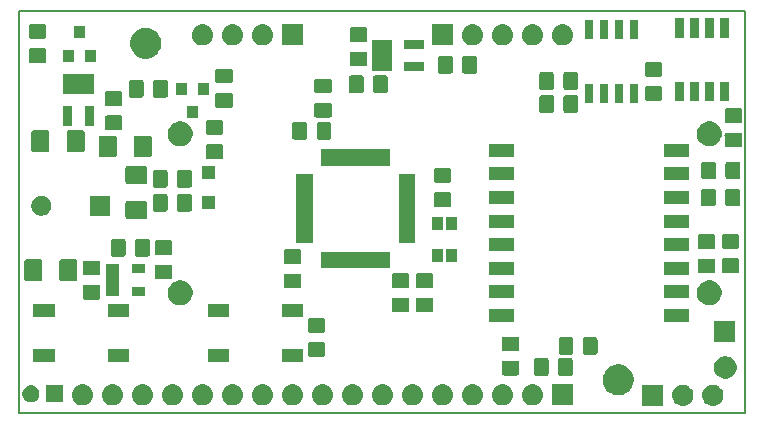
<source format=gbr>
G04 #@! TF.GenerationSoftware,KiCad,Pcbnew,(5.0.2)-1*
G04 #@! TF.CreationDate,2019-11-27T09:51:45+01:00*
G04 #@! TF.ProjectId,LoRa_Tracker,4c6f5261-5f54-4726-9163-6b65722e6b69,rev?*
G04 #@! TF.SameCoordinates,Original*
G04 #@! TF.FileFunction,Soldermask,Top*
G04 #@! TF.FilePolarity,Negative*
%FSLAX46Y46*%
G04 Gerber Fmt 4.6, Leading zero omitted, Abs format (unit mm)*
G04 Created by KiCad (PCBNEW (5.0.2)-1) date 27.11.2019 09:51:45*
%MOMM*%
%LPD*%
G01*
G04 APERTURE LIST*
%ADD10C,0.200000*%
%ADD11C,0.100000*%
G04 APERTURE END LIST*
D10*
X191516000Y-109982000D02*
X191516000Y-144018000D01*
X130048000Y-144018000D02*
X191516000Y-144018000D01*
X130048000Y-109982000D02*
X130048000Y-144018000D01*
X130048000Y-109982000D02*
X191516000Y-109982000D01*
D11*
G36*
X184568400Y-143445800D02*
X182766400Y-143445800D01*
X182766400Y-141643800D01*
X184568400Y-141643800D01*
X184568400Y-143445800D01*
X184568400Y-143445800D01*
G37*
G36*
X186317843Y-141650319D02*
X186384027Y-141656837D01*
X186497253Y-141691184D01*
X186553867Y-141708357D01*
X186620214Y-141743821D01*
X186710391Y-141792022D01*
X186746129Y-141821352D01*
X186847586Y-141904614D01*
X186918487Y-141991009D01*
X186960178Y-142041809D01*
X186960179Y-142041811D01*
X187043843Y-142198333D01*
X187043843Y-142198334D01*
X187095363Y-142368173D01*
X187112759Y-142544800D01*
X187095363Y-142721427D01*
X187064522Y-142823095D01*
X187043843Y-142891267D01*
X186972698Y-143024368D01*
X186960178Y-143047791D01*
X186930848Y-143083529D01*
X186847586Y-143184986D01*
X186746129Y-143268248D01*
X186710391Y-143297578D01*
X186710389Y-143297579D01*
X186553867Y-143381243D01*
X186508515Y-143395000D01*
X186384027Y-143432763D01*
X186317842Y-143439282D01*
X186251660Y-143445800D01*
X186163140Y-143445800D01*
X186096958Y-143439282D01*
X186030773Y-143432763D01*
X185906285Y-143395000D01*
X185860933Y-143381243D01*
X185704411Y-143297579D01*
X185704409Y-143297578D01*
X185668671Y-143268248D01*
X185567214Y-143184986D01*
X185483952Y-143083529D01*
X185454622Y-143047791D01*
X185442102Y-143024368D01*
X185370957Y-142891267D01*
X185350278Y-142823095D01*
X185319437Y-142721427D01*
X185302041Y-142544800D01*
X185319437Y-142368173D01*
X185370957Y-142198334D01*
X185370957Y-142198333D01*
X185454621Y-142041811D01*
X185454622Y-142041809D01*
X185496313Y-141991009D01*
X185567214Y-141904614D01*
X185668671Y-141821352D01*
X185704409Y-141792022D01*
X185794586Y-141743821D01*
X185860933Y-141708357D01*
X185917547Y-141691184D01*
X186030773Y-141656837D01*
X186096957Y-141650319D01*
X186163140Y-141643800D01*
X186251660Y-141643800D01*
X186317843Y-141650319D01*
X186317843Y-141650319D01*
G37*
G36*
X188857843Y-141650319D02*
X188924027Y-141656837D01*
X189037253Y-141691184D01*
X189093867Y-141708357D01*
X189160214Y-141743821D01*
X189250391Y-141792022D01*
X189286129Y-141821352D01*
X189387586Y-141904614D01*
X189458487Y-141991009D01*
X189500178Y-142041809D01*
X189500179Y-142041811D01*
X189583843Y-142198333D01*
X189583843Y-142198334D01*
X189635363Y-142368173D01*
X189652759Y-142544800D01*
X189635363Y-142721427D01*
X189604522Y-142823095D01*
X189583843Y-142891267D01*
X189512698Y-143024368D01*
X189500178Y-143047791D01*
X189470848Y-143083529D01*
X189387586Y-143184986D01*
X189286129Y-143268248D01*
X189250391Y-143297578D01*
X189250389Y-143297579D01*
X189093867Y-143381243D01*
X189048515Y-143395000D01*
X188924027Y-143432763D01*
X188857842Y-143439282D01*
X188791660Y-143445800D01*
X188703140Y-143445800D01*
X188636958Y-143439282D01*
X188570773Y-143432763D01*
X188446285Y-143395000D01*
X188400933Y-143381243D01*
X188244411Y-143297579D01*
X188244409Y-143297578D01*
X188208671Y-143268248D01*
X188107214Y-143184986D01*
X188023952Y-143083529D01*
X187994622Y-143047791D01*
X187982102Y-143024368D01*
X187910957Y-142891267D01*
X187890278Y-142823095D01*
X187859437Y-142721427D01*
X187842041Y-142544800D01*
X187859437Y-142368173D01*
X187910957Y-142198334D01*
X187910957Y-142198333D01*
X187994621Y-142041811D01*
X187994622Y-142041809D01*
X188036313Y-141991009D01*
X188107214Y-141904614D01*
X188208671Y-141821352D01*
X188244409Y-141792022D01*
X188334586Y-141743821D01*
X188400933Y-141708357D01*
X188457547Y-141691184D01*
X188570773Y-141656837D01*
X188636957Y-141650319D01*
X188703140Y-141643800D01*
X188791660Y-141643800D01*
X188857843Y-141650319D01*
X188857843Y-141650319D01*
G37*
G36*
X173592443Y-141599519D02*
X173658627Y-141606037D01*
X173771853Y-141640384D01*
X173828467Y-141657557D01*
X173967087Y-141731652D01*
X173984991Y-141741222D01*
X174020729Y-141770552D01*
X174122186Y-141853814D01*
X174205448Y-141955271D01*
X174234778Y-141991009D01*
X174234779Y-141991011D01*
X174318443Y-142147533D01*
X174318443Y-142147534D01*
X174369963Y-142317373D01*
X174387359Y-142494000D01*
X174369963Y-142670627D01*
X174354553Y-142721427D01*
X174318443Y-142840467D01*
X174244348Y-142979087D01*
X174234778Y-142996991D01*
X174212311Y-143024367D01*
X174122186Y-143134186D01*
X174020729Y-143217448D01*
X173984991Y-143246778D01*
X173984989Y-143246779D01*
X173828467Y-143330443D01*
X173771853Y-143347616D01*
X173658627Y-143381963D01*
X173592443Y-143388481D01*
X173526260Y-143395000D01*
X173437740Y-143395000D01*
X173371557Y-143388481D01*
X173305373Y-143381963D01*
X173192147Y-143347616D01*
X173135533Y-143330443D01*
X172979011Y-143246779D01*
X172979009Y-143246778D01*
X172943271Y-143217448D01*
X172841814Y-143134186D01*
X172751689Y-143024367D01*
X172729222Y-142996991D01*
X172719652Y-142979087D01*
X172645557Y-142840467D01*
X172609447Y-142721427D01*
X172594037Y-142670627D01*
X172576641Y-142494000D01*
X172594037Y-142317373D01*
X172645557Y-142147534D01*
X172645557Y-142147533D01*
X172729221Y-141991011D01*
X172729222Y-141991009D01*
X172758552Y-141955271D01*
X172841814Y-141853814D01*
X172943271Y-141770552D01*
X172979009Y-141741222D01*
X172996913Y-141731652D01*
X173135533Y-141657557D01*
X173192147Y-141640384D01*
X173305373Y-141606037D01*
X173371557Y-141599519D01*
X173437740Y-141593000D01*
X173526260Y-141593000D01*
X173592443Y-141599519D01*
X173592443Y-141599519D01*
G37*
G36*
X135492443Y-141599519D02*
X135558627Y-141606037D01*
X135671853Y-141640384D01*
X135728467Y-141657557D01*
X135867087Y-141731652D01*
X135884991Y-141741222D01*
X135920729Y-141770552D01*
X136022186Y-141853814D01*
X136105448Y-141955271D01*
X136134778Y-141991009D01*
X136134779Y-141991011D01*
X136218443Y-142147533D01*
X136218443Y-142147534D01*
X136269963Y-142317373D01*
X136287359Y-142494000D01*
X136269963Y-142670627D01*
X136254553Y-142721427D01*
X136218443Y-142840467D01*
X136144348Y-142979087D01*
X136134778Y-142996991D01*
X136112311Y-143024367D01*
X136022186Y-143134186D01*
X135920729Y-143217448D01*
X135884991Y-143246778D01*
X135884989Y-143246779D01*
X135728467Y-143330443D01*
X135671853Y-143347616D01*
X135558627Y-143381963D01*
X135492443Y-143388481D01*
X135426260Y-143395000D01*
X135337740Y-143395000D01*
X135271557Y-143388481D01*
X135205373Y-143381963D01*
X135092147Y-143347616D01*
X135035533Y-143330443D01*
X134879011Y-143246779D01*
X134879009Y-143246778D01*
X134843271Y-143217448D01*
X134741814Y-143134186D01*
X134651689Y-143024367D01*
X134629222Y-142996991D01*
X134619652Y-142979087D01*
X134545557Y-142840467D01*
X134509447Y-142721427D01*
X134494037Y-142670627D01*
X134476641Y-142494000D01*
X134494037Y-142317373D01*
X134545557Y-142147534D01*
X134545557Y-142147533D01*
X134629221Y-141991011D01*
X134629222Y-141991009D01*
X134658552Y-141955271D01*
X134741814Y-141853814D01*
X134843271Y-141770552D01*
X134879009Y-141741222D01*
X134896913Y-141731652D01*
X135035533Y-141657557D01*
X135092147Y-141640384D01*
X135205373Y-141606037D01*
X135271557Y-141599519D01*
X135337740Y-141593000D01*
X135426260Y-141593000D01*
X135492443Y-141599519D01*
X135492443Y-141599519D01*
G37*
G36*
X138032443Y-141599519D02*
X138098627Y-141606037D01*
X138211853Y-141640384D01*
X138268467Y-141657557D01*
X138407087Y-141731652D01*
X138424991Y-141741222D01*
X138460729Y-141770552D01*
X138562186Y-141853814D01*
X138645448Y-141955271D01*
X138674778Y-141991009D01*
X138674779Y-141991011D01*
X138758443Y-142147533D01*
X138758443Y-142147534D01*
X138809963Y-142317373D01*
X138827359Y-142494000D01*
X138809963Y-142670627D01*
X138794553Y-142721427D01*
X138758443Y-142840467D01*
X138684348Y-142979087D01*
X138674778Y-142996991D01*
X138652311Y-143024367D01*
X138562186Y-143134186D01*
X138460729Y-143217448D01*
X138424991Y-143246778D01*
X138424989Y-143246779D01*
X138268467Y-143330443D01*
X138211853Y-143347616D01*
X138098627Y-143381963D01*
X138032443Y-143388481D01*
X137966260Y-143395000D01*
X137877740Y-143395000D01*
X137811557Y-143388481D01*
X137745373Y-143381963D01*
X137632147Y-143347616D01*
X137575533Y-143330443D01*
X137419011Y-143246779D01*
X137419009Y-143246778D01*
X137383271Y-143217448D01*
X137281814Y-143134186D01*
X137191689Y-143024367D01*
X137169222Y-142996991D01*
X137159652Y-142979087D01*
X137085557Y-142840467D01*
X137049447Y-142721427D01*
X137034037Y-142670627D01*
X137016641Y-142494000D01*
X137034037Y-142317373D01*
X137085557Y-142147534D01*
X137085557Y-142147533D01*
X137169221Y-141991011D01*
X137169222Y-141991009D01*
X137198552Y-141955271D01*
X137281814Y-141853814D01*
X137383271Y-141770552D01*
X137419009Y-141741222D01*
X137436913Y-141731652D01*
X137575533Y-141657557D01*
X137632147Y-141640384D01*
X137745373Y-141606037D01*
X137811557Y-141599519D01*
X137877740Y-141593000D01*
X137966260Y-141593000D01*
X138032443Y-141599519D01*
X138032443Y-141599519D01*
G37*
G36*
X140572443Y-141599519D02*
X140638627Y-141606037D01*
X140751853Y-141640384D01*
X140808467Y-141657557D01*
X140947087Y-141731652D01*
X140964991Y-141741222D01*
X141000729Y-141770552D01*
X141102186Y-141853814D01*
X141185448Y-141955271D01*
X141214778Y-141991009D01*
X141214779Y-141991011D01*
X141298443Y-142147533D01*
X141298443Y-142147534D01*
X141349963Y-142317373D01*
X141367359Y-142494000D01*
X141349963Y-142670627D01*
X141334553Y-142721427D01*
X141298443Y-142840467D01*
X141224348Y-142979087D01*
X141214778Y-142996991D01*
X141192311Y-143024367D01*
X141102186Y-143134186D01*
X141000729Y-143217448D01*
X140964991Y-143246778D01*
X140964989Y-143246779D01*
X140808467Y-143330443D01*
X140751853Y-143347616D01*
X140638627Y-143381963D01*
X140572443Y-143388481D01*
X140506260Y-143395000D01*
X140417740Y-143395000D01*
X140351557Y-143388481D01*
X140285373Y-143381963D01*
X140172147Y-143347616D01*
X140115533Y-143330443D01*
X139959011Y-143246779D01*
X139959009Y-143246778D01*
X139923271Y-143217448D01*
X139821814Y-143134186D01*
X139731689Y-143024367D01*
X139709222Y-142996991D01*
X139699652Y-142979087D01*
X139625557Y-142840467D01*
X139589447Y-142721427D01*
X139574037Y-142670627D01*
X139556641Y-142494000D01*
X139574037Y-142317373D01*
X139625557Y-142147534D01*
X139625557Y-142147533D01*
X139709221Y-141991011D01*
X139709222Y-141991009D01*
X139738552Y-141955271D01*
X139821814Y-141853814D01*
X139923271Y-141770552D01*
X139959009Y-141741222D01*
X139976913Y-141731652D01*
X140115533Y-141657557D01*
X140172147Y-141640384D01*
X140285373Y-141606037D01*
X140351557Y-141599519D01*
X140417740Y-141593000D01*
X140506260Y-141593000D01*
X140572443Y-141599519D01*
X140572443Y-141599519D01*
G37*
G36*
X143112443Y-141599519D02*
X143178627Y-141606037D01*
X143291853Y-141640384D01*
X143348467Y-141657557D01*
X143487087Y-141731652D01*
X143504991Y-141741222D01*
X143540729Y-141770552D01*
X143642186Y-141853814D01*
X143725448Y-141955271D01*
X143754778Y-141991009D01*
X143754779Y-141991011D01*
X143838443Y-142147533D01*
X143838443Y-142147534D01*
X143889963Y-142317373D01*
X143907359Y-142494000D01*
X143889963Y-142670627D01*
X143874553Y-142721427D01*
X143838443Y-142840467D01*
X143764348Y-142979087D01*
X143754778Y-142996991D01*
X143732311Y-143024367D01*
X143642186Y-143134186D01*
X143540729Y-143217448D01*
X143504991Y-143246778D01*
X143504989Y-143246779D01*
X143348467Y-143330443D01*
X143291853Y-143347616D01*
X143178627Y-143381963D01*
X143112443Y-143388481D01*
X143046260Y-143395000D01*
X142957740Y-143395000D01*
X142891557Y-143388481D01*
X142825373Y-143381963D01*
X142712147Y-143347616D01*
X142655533Y-143330443D01*
X142499011Y-143246779D01*
X142499009Y-143246778D01*
X142463271Y-143217448D01*
X142361814Y-143134186D01*
X142271689Y-143024367D01*
X142249222Y-142996991D01*
X142239652Y-142979087D01*
X142165557Y-142840467D01*
X142129447Y-142721427D01*
X142114037Y-142670627D01*
X142096641Y-142494000D01*
X142114037Y-142317373D01*
X142165557Y-142147534D01*
X142165557Y-142147533D01*
X142249221Y-141991011D01*
X142249222Y-141991009D01*
X142278552Y-141955271D01*
X142361814Y-141853814D01*
X142463271Y-141770552D01*
X142499009Y-141741222D01*
X142516913Y-141731652D01*
X142655533Y-141657557D01*
X142712147Y-141640384D01*
X142825373Y-141606037D01*
X142891557Y-141599519D01*
X142957740Y-141593000D01*
X143046260Y-141593000D01*
X143112443Y-141599519D01*
X143112443Y-141599519D01*
G37*
G36*
X145652443Y-141599519D02*
X145718627Y-141606037D01*
X145831853Y-141640384D01*
X145888467Y-141657557D01*
X146027087Y-141731652D01*
X146044991Y-141741222D01*
X146080729Y-141770552D01*
X146182186Y-141853814D01*
X146265448Y-141955271D01*
X146294778Y-141991009D01*
X146294779Y-141991011D01*
X146378443Y-142147533D01*
X146378443Y-142147534D01*
X146429963Y-142317373D01*
X146447359Y-142494000D01*
X146429963Y-142670627D01*
X146414553Y-142721427D01*
X146378443Y-142840467D01*
X146304348Y-142979087D01*
X146294778Y-142996991D01*
X146272311Y-143024367D01*
X146182186Y-143134186D01*
X146080729Y-143217448D01*
X146044991Y-143246778D01*
X146044989Y-143246779D01*
X145888467Y-143330443D01*
X145831853Y-143347616D01*
X145718627Y-143381963D01*
X145652443Y-143388481D01*
X145586260Y-143395000D01*
X145497740Y-143395000D01*
X145431557Y-143388481D01*
X145365373Y-143381963D01*
X145252147Y-143347616D01*
X145195533Y-143330443D01*
X145039011Y-143246779D01*
X145039009Y-143246778D01*
X145003271Y-143217448D01*
X144901814Y-143134186D01*
X144811689Y-143024367D01*
X144789222Y-142996991D01*
X144779652Y-142979087D01*
X144705557Y-142840467D01*
X144669447Y-142721427D01*
X144654037Y-142670627D01*
X144636641Y-142494000D01*
X144654037Y-142317373D01*
X144705557Y-142147534D01*
X144705557Y-142147533D01*
X144789221Y-141991011D01*
X144789222Y-141991009D01*
X144818552Y-141955271D01*
X144901814Y-141853814D01*
X145003271Y-141770552D01*
X145039009Y-141741222D01*
X145056913Y-141731652D01*
X145195533Y-141657557D01*
X145252147Y-141640384D01*
X145365373Y-141606037D01*
X145431557Y-141599519D01*
X145497740Y-141593000D01*
X145586260Y-141593000D01*
X145652443Y-141599519D01*
X145652443Y-141599519D01*
G37*
G36*
X148192443Y-141599519D02*
X148258627Y-141606037D01*
X148371853Y-141640384D01*
X148428467Y-141657557D01*
X148567087Y-141731652D01*
X148584991Y-141741222D01*
X148620729Y-141770552D01*
X148722186Y-141853814D01*
X148805448Y-141955271D01*
X148834778Y-141991009D01*
X148834779Y-141991011D01*
X148918443Y-142147533D01*
X148918443Y-142147534D01*
X148969963Y-142317373D01*
X148987359Y-142494000D01*
X148969963Y-142670627D01*
X148954553Y-142721427D01*
X148918443Y-142840467D01*
X148844348Y-142979087D01*
X148834778Y-142996991D01*
X148812311Y-143024367D01*
X148722186Y-143134186D01*
X148620729Y-143217448D01*
X148584991Y-143246778D01*
X148584989Y-143246779D01*
X148428467Y-143330443D01*
X148371853Y-143347616D01*
X148258627Y-143381963D01*
X148192443Y-143388481D01*
X148126260Y-143395000D01*
X148037740Y-143395000D01*
X147971557Y-143388481D01*
X147905373Y-143381963D01*
X147792147Y-143347616D01*
X147735533Y-143330443D01*
X147579011Y-143246779D01*
X147579009Y-143246778D01*
X147543271Y-143217448D01*
X147441814Y-143134186D01*
X147351689Y-143024367D01*
X147329222Y-142996991D01*
X147319652Y-142979087D01*
X147245557Y-142840467D01*
X147209447Y-142721427D01*
X147194037Y-142670627D01*
X147176641Y-142494000D01*
X147194037Y-142317373D01*
X147245557Y-142147534D01*
X147245557Y-142147533D01*
X147329221Y-141991011D01*
X147329222Y-141991009D01*
X147358552Y-141955271D01*
X147441814Y-141853814D01*
X147543271Y-141770552D01*
X147579009Y-141741222D01*
X147596913Y-141731652D01*
X147735533Y-141657557D01*
X147792147Y-141640384D01*
X147905373Y-141606037D01*
X147971557Y-141599519D01*
X148037740Y-141593000D01*
X148126260Y-141593000D01*
X148192443Y-141599519D01*
X148192443Y-141599519D01*
G37*
G36*
X150732443Y-141599519D02*
X150798627Y-141606037D01*
X150911853Y-141640384D01*
X150968467Y-141657557D01*
X151107087Y-141731652D01*
X151124991Y-141741222D01*
X151160729Y-141770552D01*
X151262186Y-141853814D01*
X151345448Y-141955271D01*
X151374778Y-141991009D01*
X151374779Y-141991011D01*
X151458443Y-142147533D01*
X151458443Y-142147534D01*
X151509963Y-142317373D01*
X151527359Y-142494000D01*
X151509963Y-142670627D01*
X151494553Y-142721427D01*
X151458443Y-142840467D01*
X151384348Y-142979087D01*
X151374778Y-142996991D01*
X151352311Y-143024367D01*
X151262186Y-143134186D01*
X151160729Y-143217448D01*
X151124991Y-143246778D01*
X151124989Y-143246779D01*
X150968467Y-143330443D01*
X150911853Y-143347616D01*
X150798627Y-143381963D01*
X150732443Y-143388481D01*
X150666260Y-143395000D01*
X150577740Y-143395000D01*
X150511557Y-143388481D01*
X150445373Y-143381963D01*
X150332147Y-143347616D01*
X150275533Y-143330443D01*
X150119011Y-143246779D01*
X150119009Y-143246778D01*
X150083271Y-143217448D01*
X149981814Y-143134186D01*
X149891689Y-143024367D01*
X149869222Y-142996991D01*
X149859652Y-142979087D01*
X149785557Y-142840467D01*
X149749447Y-142721427D01*
X149734037Y-142670627D01*
X149716641Y-142494000D01*
X149734037Y-142317373D01*
X149785557Y-142147534D01*
X149785557Y-142147533D01*
X149869221Y-141991011D01*
X149869222Y-141991009D01*
X149898552Y-141955271D01*
X149981814Y-141853814D01*
X150083271Y-141770552D01*
X150119009Y-141741222D01*
X150136913Y-141731652D01*
X150275533Y-141657557D01*
X150332147Y-141640384D01*
X150445373Y-141606037D01*
X150511557Y-141599519D01*
X150577740Y-141593000D01*
X150666260Y-141593000D01*
X150732443Y-141599519D01*
X150732443Y-141599519D01*
G37*
G36*
X153272443Y-141599519D02*
X153338627Y-141606037D01*
X153451853Y-141640384D01*
X153508467Y-141657557D01*
X153647087Y-141731652D01*
X153664991Y-141741222D01*
X153700729Y-141770552D01*
X153802186Y-141853814D01*
X153885448Y-141955271D01*
X153914778Y-141991009D01*
X153914779Y-141991011D01*
X153998443Y-142147533D01*
X153998443Y-142147534D01*
X154049963Y-142317373D01*
X154067359Y-142494000D01*
X154049963Y-142670627D01*
X154034553Y-142721427D01*
X153998443Y-142840467D01*
X153924348Y-142979087D01*
X153914778Y-142996991D01*
X153892311Y-143024367D01*
X153802186Y-143134186D01*
X153700729Y-143217448D01*
X153664991Y-143246778D01*
X153664989Y-143246779D01*
X153508467Y-143330443D01*
X153451853Y-143347616D01*
X153338627Y-143381963D01*
X153272443Y-143388481D01*
X153206260Y-143395000D01*
X153117740Y-143395000D01*
X153051557Y-143388481D01*
X152985373Y-143381963D01*
X152872147Y-143347616D01*
X152815533Y-143330443D01*
X152659011Y-143246779D01*
X152659009Y-143246778D01*
X152623271Y-143217448D01*
X152521814Y-143134186D01*
X152431689Y-143024367D01*
X152409222Y-142996991D01*
X152399652Y-142979087D01*
X152325557Y-142840467D01*
X152289447Y-142721427D01*
X152274037Y-142670627D01*
X152256641Y-142494000D01*
X152274037Y-142317373D01*
X152325557Y-142147534D01*
X152325557Y-142147533D01*
X152409221Y-141991011D01*
X152409222Y-141991009D01*
X152438552Y-141955271D01*
X152521814Y-141853814D01*
X152623271Y-141770552D01*
X152659009Y-141741222D01*
X152676913Y-141731652D01*
X152815533Y-141657557D01*
X152872147Y-141640384D01*
X152985373Y-141606037D01*
X153051557Y-141599519D01*
X153117740Y-141593000D01*
X153206260Y-141593000D01*
X153272443Y-141599519D01*
X153272443Y-141599519D01*
G37*
G36*
X158352443Y-141599519D02*
X158418627Y-141606037D01*
X158531853Y-141640384D01*
X158588467Y-141657557D01*
X158727087Y-141731652D01*
X158744991Y-141741222D01*
X158780729Y-141770552D01*
X158882186Y-141853814D01*
X158965448Y-141955271D01*
X158994778Y-141991009D01*
X158994779Y-141991011D01*
X159078443Y-142147533D01*
X159078443Y-142147534D01*
X159129963Y-142317373D01*
X159147359Y-142494000D01*
X159129963Y-142670627D01*
X159114553Y-142721427D01*
X159078443Y-142840467D01*
X159004348Y-142979087D01*
X158994778Y-142996991D01*
X158972311Y-143024367D01*
X158882186Y-143134186D01*
X158780729Y-143217448D01*
X158744991Y-143246778D01*
X158744989Y-143246779D01*
X158588467Y-143330443D01*
X158531853Y-143347616D01*
X158418627Y-143381963D01*
X158352443Y-143388481D01*
X158286260Y-143395000D01*
X158197740Y-143395000D01*
X158131557Y-143388481D01*
X158065373Y-143381963D01*
X157952147Y-143347616D01*
X157895533Y-143330443D01*
X157739011Y-143246779D01*
X157739009Y-143246778D01*
X157703271Y-143217448D01*
X157601814Y-143134186D01*
X157511689Y-143024367D01*
X157489222Y-142996991D01*
X157479652Y-142979087D01*
X157405557Y-142840467D01*
X157369447Y-142721427D01*
X157354037Y-142670627D01*
X157336641Y-142494000D01*
X157354037Y-142317373D01*
X157405557Y-142147534D01*
X157405557Y-142147533D01*
X157489221Y-141991011D01*
X157489222Y-141991009D01*
X157518552Y-141955271D01*
X157601814Y-141853814D01*
X157703271Y-141770552D01*
X157739009Y-141741222D01*
X157756913Y-141731652D01*
X157895533Y-141657557D01*
X157952147Y-141640384D01*
X158065373Y-141606037D01*
X158131557Y-141599519D01*
X158197740Y-141593000D01*
X158286260Y-141593000D01*
X158352443Y-141599519D01*
X158352443Y-141599519D01*
G37*
G36*
X155812443Y-141599519D02*
X155878627Y-141606037D01*
X155991853Y-141640384D01*
X156048467Y-141657557D01*
X156187087Y-141731652D01*
X156204991Y-141741222D01*
X156240729Y-141770552D01*
X156342186Y-141853814D01*
X156425448Y-141955271D01*
X156454778Y-141991009D01*
X156454779Y-141991011D01*
X156538443Y-142147533D01*
X156538443Y-142147534D01*
X156589963Y-142317373D01*
X156607359Y-142494000D01*
X156589963Y-142670627D01*
X156574553Y-142721427D01*
X156538443Y-142840467D01*
X156464348Y-142979087D01*
X156454778Y-142996991D01*
X156432311Y-143024367D01*
X156342186Y-143134186D01*
X156240729Y-143217448D01*
X156204991Y-143246778D01*
X156204989Y-143246779D01*
X156048467Y-143330443D01*
X155991853Y-143347616D01*
X155878627Y-143381963D01*
X155812443Y-143388481D01*
X155746260Y-143395000D01*
X155657740Y-143395000D01*
X155591557Y-143388481D01*
X155525373Y-143381963D01*
X155412147Y-143347616D01*
X155355533Y-143330443D01*
X155199011Y-143246779D01*
X155199009Y-143246778D01*
X155163271Y-143217448D01*
X155061814Y-143134186D01*
X154971689Y-143024367D01*
X154949222Y-142996991D01*
X154939652Y-142979087D01*
X154865557Y-142840467D01*
X154829447Y-142721427D01*
X154814037Y-142670627D01*
X154796641Y-142494000D01*
X154814037Y-142317373D01*
X154865557Y-142147534D01*
X154865557Y-142147533D01*
X154949221Y-141991011D01*
X154949222Y-141991009D01*
X154978552Y-141955271D01*
X155061814Y-141853814D01*
X155163271Y-141770552D01*
X155199009Y-141741222D01*
X155216913Y-141731652D01*
X155355533Y-141657557D01*
X155412147Y-141640384D01*
X155525373Y-141606037D01*
X155591557Y-141599519D01*
X155657740Y-141593000D01*
X155746260Y-141593000D01*
X155812443Y-141599519D01*
X155812443Y-141599519D01*
G37*
G36*
X168512443Y-141599519D02*
X168578627Y-141606037D01*
X168691853Y-141640384D01*
X168748467Y-141657557D01*
X168887087Y-141731652D01*
X168904991Y-141741222D01*
X168940729Y-141770552D01*
X169042186Y-141853814D01*
X169125448Y-141955271D01*
X169154778Y-141991009D01*
X169154779Y-141991011D01*
X169238443Y-142147533D01*
X169238443Y-142147534D01*
X169289963Y-142317373D01*
X169307359Y-142494000D01*
X169289963Y-142670627D01*
X169274553Y-142721427D01*
X169238443Y-142840467D01*
X169164348Y-142979087D01*
X169154778Y-142996991D01*
X169132311Y-143024367D01*
X169042186Y-143134186D01*
X168940729Y-143217448D01*
X168904991Y-143246778D01*
X168904989Y-143246779D01*
X168748467Y-143330443D01*
X168691853Y-143347616D01*
X168578627Y-143381963D01*
X168512443Y-143388481D01*
X168446260Y-143395000D01*
X168357740Y-143395000D01*
X168291557Y-143388481D01*
X168225373Y-143381963D01*
X168112147Y-143347616D01*
X168055533Y-143330443D01*
X167899011Y-143246779D01*
X167899009Y-143246778D01*
X167863271Y-143217448D01*
X167761814Y-143134186D01*
X167671689Y-143024367D01*
X167649222Y-142996991D01*
X167639652Y-142979087D01*
X167565557Y-142840467D01*
X167529447Y-142721427D01*
X167514037Y-142670627D01*
X167496641Y-142494000D01*
X167514037Y-142317373D01*
X167565557Y-142147534D01*
X167565557Y-142147533D01*
X167649221Y-141991011D01*
X167649222Y-141991009D01*
X167678552Y-141955271D01*
X167761814Y-141853814D01*
X167863271Y-141770552D01*
X167899009Y-141741222D01*
X167916913Y-141731652D01*
X168055533Y-141657557D01*
X168112147Y-141640384D01*
X168225373Y-141606037D01*
X168291557Y-141599519D01*
X168357740Y-141593000D01*
X168446260Y-141593000D01*
X168512443Y-141599519D01*
X168512443Y-141599519D01*
G37*
G36*
X176923000Y-143395000D02*
X175121000Y-143395000D01*
X175121000Y-141593000D01*
X176923000Y-141593000D01*
X176923000Y-143395000D01*
X176923000Y-143395000D01*
G37*
G36*
X171052443Y-141599519D02*
X171118627Y-141606037D01*
X171231853Y-141640384D01*
X171288467Y-141657557D01*
X171427087Y-141731652D01*
X171444991Y-141741222D01*
X171480729Y-141770552D01*
X171582186Y-141853814D01*
X171665448Y-141955271D01*
X171694778Y-141991009D01*
X171694779Y-141991011D01*
X171778443Y-142147533D01*
X171778443Y-142147534D01*
X171829963Y-142317373D01*
X171847359Y-142494000D01*
X171829963Y-142670627D01*
X171814553Y-142721427D01*
X171778443Y-142840467D01*
X171704348Y-142979087D01*
X171694778Y-142996991D01*
X171672311Y-143024367D01*
X171582186Y-143134186D01*
X171480729Y-143217448D01*
X171444991Y-143246778D01*
X171444989Y-143246779D01*
X171288467Y-143330443D01*
X171231853Y-143347616D01*
X171118627Y-143381963D01*
X171052443Y-143388481D01*
X170986260Y-143395000D01*
X170897740Y-143395000D01*
X170831557Y-143388481D01*
X170765373Y-143381963D01*
X170652147Y-143347616D01*
X170595533Y-143330443D01*
X170439011Y-143246779D01*
X170439009Y-143246778D01*
X170403271Y-143217448D01*
X170301814Y-143134186D01*
X170211689Y-143024367D01*
X170189222Y-142996991D01*
X170179652Y-142979087D01*
X170105557Y-142840467D01*
X170069447Y-142721427D01*
X170054037Y-142670627D01*
X170036641Y-142494000D01*
X170054037Y-142317373D01*
X170105557Y-142147534D01*
X170105557Y-142147533D01*
X170189221Y-141991011D01*
X170189222Y-141991009D01*
X170218552Y-141955271D01*
X170301814Y-141853814D01*
X170403271Y-141770552D01*
X170439009Y-141741222D01*
X170456913Y-141731652D01*
X170595533Y-141657557D01*
X170652147Y-141640384D01*
X170765373Y-141606037D01*
X170831557Y-141599519D01*
X170897740Y-141593000D01*
X170986260Y-141593000D01*
X171052443Y-141599519D01*
X171052443Y-141599519D01*
G37*
G36*
X165972443Y-141599519D02*
X166038627Y-141606037D01*
X166151853Y-141640384D01*
X166208467Y-141657557D01*
X166347087Y-141731652D01*
X166364991Y-141741222D01*
X166400729Y-141770552D01*
X166502186Y-141853814D01*
X166585448Y-141955271D01*
X166614778Y-141991009D01*
X166614779Y-141991011D01*
X166698443Y-142147533D01*
X166698443Y-142147534D01*
X166749963Y-142317373D01*
X166767359Y-142494000D01*
X166749963Y-142670627D01*
X166734553Y-142721427D01*
X166698443Y-142840467D01*
X166624348Y-142979087D01*
X166614778Y-142996991D01*
X166592311Y-143024367D01*
X166502186Y-143134186D01*
X166400729Y-143217448D01*
X166364991Y-143246778D01*
X166364989Y-143246779D01*
X166208467Y-143330443D01*
X166151853Y-143347616D01*
X166038627Y-143381963D01*
X165972443Y-143388481D01*
X165906260Y-143395000D01*
X165817740Y-143395000D01*
X165751557Y-143388481D01*
X165685373Y-143381963D01*
X165572147Y-143347616D01*
X165515533Y-143330443D01*
X165359011Y-143246779D01*
X165359009Y-143246778D01*
X165323271Y-143217448D01*
X165221814Y-143134186D01*
X165131689Y-143024367D01*
X165109222Y-142996991D01*
X165099652Y-142979087D01*
X165025557Y-142840467D01*
X164989447Y-142721427D01*
X164974037Y-142670627D01*
X164956641Y-142494000D01*
X164974037Y-142317373D01*
X165025557Y-142147534D01*
X165025557Y-142147533D01*
X165109221Y-141991011D01*
X165109222Y-141991009D01*
X165138552Y-141955271D01*
X165221814Y-141853814D01*
X165323271Y-141770552D01*
X165359009Y-141741222D01*
X165376913Y-141731652D01*
X165515533Y-141657557D01*
X165572147Y-141640384D01*
X165685373Y-141606037D01*
X165751557Y-141599519D01*
X165817740Y-141593000D01*
X165906260Y-141593000D01*
X165972443Y-141599519D01*
X165972443Y-141599519D01*
G37*
G36*
X163432443Y-141599519D02*
X163498627Y-141606037D01*
X163611853Y-141640384D01*
X163668467Y-141657557D01*
X163807087Y-141731652D01*
X163824991Y-141741222D01*
X163860729Y-141770552D01*
X163962186Y-141853814D01*
X164045448Y-141955271D01*
X164074778Y-141991009D01*
X164074779Y-141991011D01*
X164158443Y-142147533D01*
X164158443Y-142147534D01*
X164209963Y-142317373D01*
X164227359Y-142494000D01*
X164209963Y-142670627D01*
X164194553Y-142721427D01*
X164158443Y-142840467D01*
X164084348Y-142979087D01*
X164074778Y-142996991D01*
X164052311Y-143024367D01*
X163962186Y-143134186D01*
X163860729Y-143217448D01*
X163824991Y-143246778D01*
X163824989Y-143246779D01*
X163668467Y-143330443D01*
X163611853Y-143347616D01*
X163498627Y-143381963D01*
X163432443Y-143388481D01*
X163366260Y-143395000D01*
X163277740Y-143395000D01*
X163211557Y-143388481D01*
X163145373Y-143381963D01*
X163032147Y-143347616D01*
X162975533Y-143330443D01*
X162819011Y-143246779D01*
X162819009Y-143246778D01*
X162783271Y-143217448D01*
X162681814Y-143134186D01*
X162591689Y-143024367D01*
X162569222Y-142996991D01*
X162559652Y-142979087D01*
X162485557Y-142840467D01*
X162449447Y-142721427D01*
X162434037Y-142670627D01*
X162416641Y-142494000D01*
X162434037Y-142317373D01*
X162485557Y-142147534D01*
X162485557Y-142147533D01*
X162569221Y-141991011D01*
X162569222Y-141991009D01*
X162598552Y-141955271D01*
X162681814Y-141853814D01*
X162783271Y-141770552D01*
X162819009Y-141741222D01*
X162836913Y-141731652D01*
X162975533Y-141657557D01*
X163032147Y-141640384D01*
X163145373Y-141606037D01*
X163211557Y-141599519D01*
X163277740Y-141593000D01*
X163366260Y-141593000D01*
X163432443Y-141599519D01*
X163432443Y-141599519D01*
G37*
G36*
X160892443Y-141599519D02*
X160958627Y-141606037D01*
X161071853Y-141640384D01*
X161128467Y-141657557D01*
X161267087Y-141731652D01*
X161284991Y-141741222D01*
X161320729Y-141770552D01*
X161422186Y-141853814D01*
X161505448Y-141955271D01*
X161534778Y-141991009D01*
X161534779Y-141991011D01*
X161618443Y-142147533D01*
X161618443Y-142147534D01*
X161669963Y-142317373D01*
X161687359Y-142494000D01*
X161669963Y-142670627D01*
X161654553Y-142721427D01*
X161618443Y-142840467D01*
X161544348Y-142979087D01*
X161534778Y-142996991D01*
X161512311Y-143024367D01*
X161422186Y-143134186D01*
X161320729Y-143217448D01*
X161284991Y-143246778D01*
X161284989Y-143246779D01*
X161128467Y-143330443D01*
X161071853Y-143347616D01*
X160958627Y-143381963D01*
X160892443Y-143388481D01*
X160826260Y-143395000D01*
X160737740Y-143395000D01*
X160671557Y-143388481D01*
X160605373Y-143381963D01*
X160492147Y-143347616D01*
X160435533Y-143330443D01*
X160279011Y-143246779D01*
X160279009Y-143246778D01*
X160243271Y-143217448D01*
X160141814Y-143134186D01*
X160051689Y-143024367D01*
X160029222Y-142996991D01*
X160019652Y-142979087D01*
X159945557Y-142840467D01*
X159909447Y-142721427D01*
X159894037Y-142670627D01*
X159876641Y-142494000D01*
X159894037Y-142317373D01*
X159945557Y-142147534D01*
X159945557Y-142147533D01*
X160029221Y-141991011D01*
X160029222Y-141991009D01*
X160058552Y-141955271D01*
X160141814Y-141853814D01*
X160243271Y-141770552D01*
X160279009Y-141741222D01*
X160296913Y-141731652D01*
X160435533Y-141657557D01*
X160492147Y-141640384D01*
X160605373Y-141606037D01*
X160671557Y-141599519D01*
X160737740Y-141593000D01*
X160826260Y-141593000D01*
X160892443Y-141599519D01*
X160892443Y-141599519D01*
G37*
G36*
X131070191Y-141693901D02*
X131155521Y-141702305D01*
X131292372Y-141743819D01*
X131292374Y-141743820D01*
X131292377Y-141743821D01*
X131418496Y-141811232D01*
X131529043Y-141901957D01*
X131619768Y-142012504D01*
X131687179Y-142138623D01*
X131687180Y-142138626D01*
X131687181Y-142138628D01*
X131728695Y-142275479D01*
X131742712Y-142417800D01*
X131728695Y-142560121D01*
X131687181Y-142696972D01*
X131687179Y-142696977D01*
X131619768Y-142823096D01*
X131529043Y-142933643D01*
X131418496Y-143024368D01*
X131292377Y-143091779D01*
X131292374Y-143091780D01*
X131292372Y-143091781D01*
X131155521Y-143133295D01*
X131070191Y-143141699D01*
X131048860Y-143143800D01*
X130977540Y-143143800D01*
X130956209Y-143141699D01*
X130870879Y-143133295D01*
X130734028Y-143091781D01*
X130734026Y-143091780D01*
X130734023Y-143091779D01*
X130607904Y-143024368D01*
X130497357Y-142933643D01*
X130406632Y-142823096D01*
X130339221Y-142696977D01*
X130339219Y-142696972D01*
X130297705Y-142560121D01*
X130283688Y-142417800D01*
X130297705Y-142275479D01*
X130339219Y-142138628D01*
X130339220Y-142138626D01*
X130339221Y-142138623D01*
X130406632Y-142012504D01*
X130497357Y-141901957D01*
X130607904Y-141811232D01*
X130734023Y-141743821D01*
X130734026Y-141743820D01*
X130734028Y-141743819D01*
X130870879Y-141702305D01*
X130956209Y-141693901D01*
X130977540Y-141691800D01*
X131048860Y-141691800D01*
X131070191Y-141693901D01*
X131070191Y-141693901D01*
G37*
G36*
X133739200Y-143143800D02*
X132287200Y-143143800D01*
X132287200Y-141691800D01*
X133739200Y-141691800D01*
X133739200Y-143143800D01*
X133739200Y-143143800D01*
G37*
G36*
X181126685Y-139980996D02*
X181126687Y-139980997D01*
X181126688Y-139980997D01*
X181363455Y-140079069D01*
X181576542Y-140221449D01*
X181757751Y-140402658D01*
X181757753Y-140402661D01*
X181900131Y-140615745D01*
X181997010Y-140849631D01*
X181998204Y-140852515D01*
X182048200Y-141103861D01*
X182048200Y-141360139D01*
X181999288Y-141606037D01*
X181998203Y-141611488D01*
X181944466Y-141741221D01*
X181900131Y-141848255D01*
X181757751Y-142061342D01*
X181576542Y-142242551D01*
X181576539Y-142242553D01*
X181363455Y-142384931D01*
X181126688Y-142483003D01*
X181126687Y-142483003D01*
X181126685Y-142483004D01*
X180875339Y-142533000D01*
X180619061Y-142533000D01*
X180367715Y-142483004D01*
X180367713Y-142483003D01*
X180367712Y-142483003D01*
X180130945Y-142384931D01*
X179917861Y-142242553D01*
X179917858Y-142242551D01*
X179736649Y-142061342D01*
X179594269Y-141848255D01*
X179549934Y-141741221D01*
X179496197Y-141611488D01*
X179495113Y-141606037D01*
X179446200Y-141360139D01*
X179446200Y-141103861D01*
X179496196Y-140852515D01*
X179497391Y-140849631D01*
X179594269Y-140615745D01*
X179736647Y-140402661D01*
X179736649Y-140402658D01*
X179917858Y-140221449D01*
X180130945Y-140079069D01*
X180367712Y-139980997D01*
X180367713Y-139980997D01*
X180367715Y-139980996D01*
X180619061Y-139931000D01*
X180875339Y-139931000D01*
X181126685Y-139980996D01*
X181126685Y-139980996D01*
G37*
G36*
X190091596Y-139268146D02*
X190264666Y-139339834D01*
X190420430Y-139443912D01*
X190552888Y-139576370D01*
X190656966Y-139732134D01*
X190728654Y-139905204D01*
X190765200Y-140088933D01*
X190765200Y-140276267D01*
X190728654Y-140459996D01*
X190656966Y-140633066D01*
X190552888Y-140788830D01*
X190420430Y-140921288D01*
X190264666Y-141025366D01*
X190091596Y-141097054D01*
X189907867Y-141133600D01*
X189720533Y-141133600D01*
X189536804Y-141097054D01*
X189363734Y-141025366D01*
X189207970Y-140921288D01*
X189075512Y-140788830D01*
X188971434Y-140633066D01*
X188899746Y-140459996D01*
X188863200Y-140276267D01*
X188863200Y-140088933D01*
X188899746Y-139905204D01*
X188971434Y-139732134D01*
X189075512Y-139576370D01*
X189207970Y-139443912D01*
X189363734Y-139339834D01*
X189536804Y-139268146D01*
X189720533Y-139231600D01*
X189907867Y-139231600D01*
X190091596Y-139268146D01*
X190091596Y-139268146D01*
G37*
G36*
X176739677Y-139397965D02*
X176777364Y-139409398D01*
X176812103Y-139427966D01*
X176842548Y-139452952D01*
X176867534Y-139483397D01*
X176886102Y-139518136D01*
X176897535Y-139555823D01*
X176902000Y-139601161D01*
X176902000Y-140687839D01*
X176897535Y-140733177D01*
X176886102Y-140770864D01*
X176867534Y-140805603D01*
X176842548Y-140836048D01*
X176812103Y-140861034D01*
X176777364Y-140879602D01*
X176739677Y-140891035D01*
X176694339Y-140895500D01*
X175857661Y-140895500D01*
X175812323Y-140891035D01*
X175774636Y-140879602D01*
X175739897Y-140861034D01*
X175709452Y-140836048D01*
X175684466Y-140805603D01*
X175665898Y-140770864D01*
X175654465Y-140733177D01*
X175650000Y-140687839D01*
X175650000Y-139601161D01*
X175654465Y-139555823D01*
X175665898Y-139518136D01*
X175684466Y-139483397D01*
X175709452Y-139452952D01*
X175739897Y-139427966D01*
X175774636Y-139409398D01*
X175812323Y-139397965D01*
X175857661Y-139393500D01*
X176694339Y-139393500D01*
X176739677Y-139397965D01*
X176739677Y-139397965D01*
G37*
G36*
X174689677Y-139397965D02*
X174727364Y-139409398D01*
X174762103Y-139427966D01*
X174792548Y-139452952D01*
X174817534Y-139483397D01*
X174836102Y-139518136D01*
X174847535Y-139555823D01*
X174852000Y-139601161D01*
X174852000Y-140687839D01*
X174847535Y-140733177D01*
X174836102Y-140770864D01*
X174817534Y-140805603D01*
X174792548Y-140836048D01*
X174762103Y-140861034D01*
X174727364Y-140879602D01*
X174689677Y-140891035D01*
X174644339Y-140895500D01*
X173807661Y-140895500D01*
X173762323Y-140891035D01*
X173724636Y-140879602D01*
X173689897Y-140861034D01*
X173659452Y-140836048D01*
X173634466Y-140805603D01*
X173615898Y-140770864D01*
X173604465Y-140733177D01*
X173600000Y-140687839D01*
X173600000Y-139601161D01*
X173604465Y-139555823D01*
X173615898Y-139518136D01*
X173634466Y-139483397D01*
X173659452Y-139452952D01*
X173689897Y-139427966D01*
X173724636Y-139409398D01*
X173762323Y-139397965D01*
X173807661Y-139393500D01*
X174644339Y-139393500D01*
X174689677Y-139397965D01*
X174689677Y-139397965D01*
G37*
G36*
X172216477Y-139620865D02*
X172254164Y-139632298D01*
X172288903Y-139650866D01*
X172319348Y-139675852D01*
X172344334Y-139706297D01*
X172362902Y-139741036D01*
X172374335Y-139778723D01*
X172378800Y-139824061D01*
X172378800Y-140660739D01*
X172374335Y-140706077D01*
X172362902Y-140743764D01*
X172344334Y-140778503D01*
X172319348Y-140808948D01*
X172288903Y-140833934D01*
X172254164Y-140852502D01*
X172216477Y-140863935D01*
X172171139Y-140868400D01*
X171084461Y-140868400D01*
X171039123Y-140863935D01*
X171001436Y-140852502D01*
X170966697Y-140833934D01*
X170936252Y-140808948D01*
X170911266Y-140778503D01*
X170892698Y-140743764D01*
X170881265Y-140706077D01*
X170876800Y-140660739D01*
X170876800Y-139824061D01*
X170881265Y-139778723D01*
X170892698Y-139741036D01*
X170911266Y-139706297D01*
X170936252Y-139675852D01*
X170966697Y-139650866D01*
X171001436Y-139632298D01*
X171039123Y-139620865D01*
X171084461Y-139616400D01*
X172171139Y-139616400D01*
X172216477Y-139620865D01*
X172216477Y-139620865D01*
G37*
G36*
X154076500Y-139743000D02*
X152274500Y-139743000D01*
X152274500Y-138641000D01*
X154076500Y-138641000D01*
X154076500Y-139743000D01*
X154076500Y-139743000D01*
G37*
G36*
X147776500Y-139743000D02*
X145974500Y-139743000D01*
X145974500Y-138641000D01*
X147776500Y-138641000D01*
X147776500Y-139743000D01*
X147776500Y-139743000D01*
G37*
G36*
X133031000Y-139733000D02*
X131229000Y-139733000D01*
X131229000Y-138631000D01*
X133031000Y-138631000D01*
X133031000Y-139733000D01*
X133031000Y-139733000D01*
G37*
G36*
X139331000Y-139733000D02*
X137529000Y-139733000D01*
X137529000Y-138631000D01*
X139331000Y-138631000D01*
X139331000Y-139733000D01*
X139331000Y-139733000D01*
G37*
G36*
X155782677Y-138046065D02*
X155820364Y-138057498D01*
X155855103Y-138076066D01*
X155885548Y-138101052D01*
X155910534Y-138131497D01*
X155929102Y-138166236D01*
X155940535Y-138203923D01*
X155945000Y-138249261D01*
X155945000Y-139085939D01*
X155940535Y-139131277D01*
X155929102Y-139168964D01*
X155910534Y-139203703D01*
X155885548Y-139234148D01*
X155855103Y-139259134D01*
X155820364Y-139277702D01*
X155782677Y-139289135D01*
X155737339Y-139293600D01*
X154650661Y-139293600D01*
X154605323Y-139289135D01*
X154567636Y-139277702D01*
X154532897Y-139259134D01*
X154502452Y-139234148D01*
X154477466Y-139203703D01*
X154458898Y-139168964D01*
X154447465Y-139131277D01*
X154443000Y-139085939D01*
X154443000Y-138249261D01*
X154447465Y-138203923D01*
X154458898Y-138166236D01*
X154477466Y-138131497D01*
X154502452Y-138101052D01*
X154532897Y-138076066D01*
X154567636Y-138057498D01*
X154605323Y-138046065D01*
X154650661Y-138041600D01*
X155737339Y-138041600D01*
X155782677Y-138046065D01*
X155782677Y-138046065D01*
G37*
G36*
X178835177Y-137619965D02*
X178872864Y-137631398D01*
X178907603Y-137649966D01*
X178938048Y-137674952D01*
X178963034Y-137705397D01*
X178981602Y-137740136D01*
X178993035Y-137777823D01*
X178997500Y-137823161D01*
X178997500Y-138909839D01*
X178993035Y-138955177D01*
X178981602Y-138992864D01*
X178963034Y-139027603D01*
X178938048Y-139058048D01*
X178907603Y-139083034D01*
X178872864Y-139101602D01*
X178835177Y-139113035D01*
X178789839Y-139117500D01*
X177953161Y-139117500D01*
X177907823Y-139113035D01*
X177870136Y-139101602D01*
X177835397Y-139083034D01*
X177804952Y-139058048D01*
X177779966Y-139027603D01*
X177761398Y-138992864D01*
X177749965Y-138955177D01*
X177745500Y-138909839D01*
X177745500Y-137823161D01*
X177749965Y-137777823D01*
X177761398Y-137740136D01*
X177779966Y-137705397D01*
X177804952Y-137674952D01*
X177835397Y-137649966D01*
X177870136Y-137631398D01*
X177907823Y-137619965D01*
X177953161Y-137615500D01*
X178789839Y-137615500D01*
X178835177Y-137619965D01*
X178835177Y-137619965D01*
G37*
G36*
X176785177Y-137619965D02*
X176822864Y-137631398D01*
X176857603Y-137649966D01*
X176888048Y-137674952D01*
X176913034Y-137705397D01*
X176931602Y-137740136D01*
X176943035Y-137777823D01*
X176947500Y-137823161D01*
X176947500Y-138909839D01*
X176943035Y-138955177D01*
X176931602Y-138992864D01*
X176913034Y-139027603D01*
X176888048Y-139058048D01*
X176857603Y-139083034D01*
X176822864Y-139101602D01*
X176785177Y-139113035D01*
X176739839Y-139117500D01*
X175903161Y-139117500D01*
X175857823Y-139113035D01*
X175820136Y-139101602D01*
X175785397Y-139083034D01*
X175754952Y-139058048D01*
X175729966Y-139027603D01*
X175711398Y-138992864D01*
X175699965Y-138955177D01*
X175695500Y-138909839D01*
X175695500Y-137823161D01*
X175699965Y-137777823D01*
X175711398Y-137740136D01*
X175729966Y-137705397D01*
X175754952Y-137674952D01*
X175785397Y-137649966D01*
X175820136Y-137631398D01*
X175857823Y-137619965D01*
X175903161Y-137615500D01*
X176739839Y-137615500D01*
X176785177Y-137619965D01*
X176785177Y-137619965D01*
G37*
G36*
X172216477Y-137570865D02*
X172254164Y-137582298D01*
X172288903Y-137600866D01*
X172319348Y-137625852D01*
X172344334Y-137656297D01*
X172362902Y-137691036D01*
X172374335Y-137728723D01*
X172378800Y-137774061D01*
X172378800Y-138610739D01*
X172374335Y-138656077D01*
X172362902Y-138693764D01*
X172344334Y-138728503D01*
X172319348Y-138758948D01*
X172288903Y-138783934D01*
X172254164Y-138802502D01*
X172216477Y-138813935D01*
X172171139Y-138818400D01*
X171084461Y-138818400D01*
X171039123Y-138813935D01*
X171001436Y-138802502D01*
X170966697Y-138783934D01*
X170936252Y-138758948D01*
X170911266Y-138728503D01*
X170892698Y-138693764D01*
X170881265Y-138656077D01*
X170876800Y-138610739D01*
X170876800Y-137774061D01*
X170881265Y-137728723D01*
X170892698Y-137691036D01*
X170911266Y-137656297D01*
X170936252Y-137625852D01*
X170966697Y-137600866D01*
X171001436Y-137582298D01*
X171039123Y-137570865D01*
X171084461Y-137566400D01*
X172171139Y-137566400D01*
X172216477Y-137570865D01*
X172216477Y-137570865D01*
G37*
G36*
X190639000Y-138061000D02*
X188837000Y-138061000D01*
X188837000Y-136259000D01*
X190639000Y-136259000D01*
X190639000Y-138061000D01*
X190639000Y-138061000D01*
G37*
G36*
X155782677Y-135996065D02*
X155820364Y-136007498D01*
X155855103Y-136026066D01*
X155885548Y-136051052D01*
X155910534Y-136081497D01*
X155929102Y-136116236D01*
X155940535Y-136153923D01*
X155945000Y-136199261D01*
X155945000Y-137035939D01*
X155940535Y-137081277D01*
X155929102Y-137118964D01*
X155910534Y-137153703D01*
X155885548Y-137184148D01*
X155855103Y-137209134D01*
X155820364Y-137227702D01*
X155782677Y-137239135D01*
X155737339Y-137243600D01*
X154650661Y-137243600D01*
X154605323Y-137239135D01*
X154567636Y-137227702D01*
X154532897Y-137209134D01*
X154502452Y-137184148D01*
X154477466Y-137153703D01*
X154458898Y-137118964D01*
X154447465Y-137081277D01*
X154443000Y-137035939D01*
X154443000Y-136199261D01*
X154447465Y-136153923D01*
X154458898Y-136116236D01*
X154477466Y-136081497D01*
X154502452Y-136051052D01*
X154532897Y-136026066D01*
X154567636Y-136007498D01*
X154605323Y-135996065D01*
X154650661Y-135991600D01*
X155737339Y-135991600D01*
X155782677Y-135996065D01*
X155782677Y-135996065D01*
G37*
G36*
X171925000Y-136345000D02*
X169823000Y-136345000D01*
X169823000Y-135243000D01*
X171925000Y-135243000D01*
X171925000Y-136345000D01*
X171925000Y-136345000D01*
G37*
G36*
X186725000Y-136345000D02*
X184623000Y-136345000D01*
X184623000Y-135243000D01*
X186725000Y-135243000D01*
X186725000Y-136345000D01*
X186725000Y-136345000D01*
G37*
G36*
X147776500Y-135943000D02*
X145974500Y-135943000D01*
X145974500Y-134841000D01*
X147776500Y-134841000D01*
X147776500Y-135943000D01*
X147776500Y-135943000D01*
G37*
G36*
X154076500Y-135943000D02*
X152274500Y-135943000D01*
X152274500Y-134841000D01*
X154076500Y-134841000D01*
X154076500Y-135943000D01*
X154076500Y-135943000D01*
G37*
G36*
X133031000Y-135933000D02*
X131229000Y-135933000D01*
X131229000Y-134831000D01*
X133031000Y-134831000D01*
X133031000Y-135933000D01*
X133031000Y-135933000D01*
G37*
G36*
X139331000Y-135933000D02*
X137529000Y-135933000D01*
X137529000Y-134831000D01*
X139331000Y-134831000D01*
X139331000Y-135933000D01*
X139331000Y-135933000D01*
G37*
G36*
X164926677Y-134270465D02*
X164964364Y-134281898D01*
X164999103Y-134300466D01*
X165029548Y-134325452D01*
X165054534Y-134355897D01*
X165073102Y-134390636D01*
X165084535Y-134428323D01*
X165089000Y-134473661D01*
X165089000Y-135310339D01*
X165084535Y-135355677D01*
X165073102Y-135393364D01*
X165054534Y-135428103D01*
X165029548Y-135458548D01*
X164999103Y-135483534D01*
X164964364Y-135502102D01*
X164926677Y-135513535D01*
X164881339Y-135518000D01*
X163794661Y-135518000D01*
X163749323Y-135513535D01*
X163711636Y-135502102D01*
X163676897Y-135483534D01*
X163646452Y-135458548D01*
X163621466Y-135428103D01*
X163602898Y-135393364D01*
X163591465Y-135355677D01*
X163587000Y-135310339D01*
X163587000Y-134473661D01*
X163591465Y-134428323D01*
X163602898Y-134390636D01*
X163621466Y-134355897D01*
X163646452Y-134325452D01*
X163676897Y-134300466D01*
X163711636Y-134281898D01*
X163749323Y-134270465D01*
X163794661Y-134266000D01*
X164881339Y-134266000D01*
X164926677Y-134270465D01*
X164926677Y-134270465D01*
G37*
G36*
X162894677Y-134270465D02*
X162932364Y-134281898D01*
X162967103Y-134300466D01*
X162997548Y-134325452D01*
X163022534Y-134355897D01*
X163041102Y-134390636D01*
X163052535Y-134428323D01*
X163057000Y-134473661D01*
X163057000Y-135310339D01*
X163052535Y-135355677D01*
X163041102Y-135393364D01*
X163022534Y-135428103D01*
X162997548Y-135458548D01*
X162967103Y-135483534D01*
X162932364Y-135502102D01*
X162894677Y-135513535D01*
X162849339Y-135518000D01*
X161762661Y-135518000D01*
X161717323Y-135513535D01*
X161679636Y-135502102D01*
X161644897Y-135483534D01*
X161614452Y-135458548D01*
X161589466Y-135428103D01*
X161570898Y-135393364D01*
X161559465Y-135355677D01*
X161555000Y-135310339D01*
X161555000Y-134473661D01*
X161559465Y-134428323D01*
X161570898Y-134390636D01*
X161589466Y-134355897D01*
X161614452Y-134325452D01*
X161644897Y-134300466D01*
X161679636Y-134281898D01*
X161717323Y-134270465D01*
X161762661Y-134266000D01*
X162849339Y-134266000D01*
X162894677Y-134270465D01*
X162894677Y-134270465D01*
G37*
G36*
X143974565Y-132847389D02*
X144165834Y-132926615D01*
X144337976Y-133041637D01*
X144484363Y-133188024D01*
X144599385Y-133360166D01*
X144678611Y-133551435D01*
X144719000Y-133754484D01*
X144719000Y-133961516D01*
X144678611Y-134164565D01*
X144599385Y-134355834D01*
X144484363Y-134527976D01*
X144337976Y-134674363D01*
X144165834Y-134789385D01*
X143974565Y-134868611D01*
X143771516Y-134909000D01*
X143564484Y-134909000D01*
X143361435Y-134868611D01*
X143170166Y-134789385D01*
X142998024Y-134674363D01*
X142851637Y-134527976D01*
X142736615Y-134355834D01*
X142657389Y-134164565D01*
X142617000Y-133961516D01*
X142617000Y-133754484D01*
X142657389Y-133551435D01*
X142736615Y-133360166D01*
X142851637Y-133188024D01*
X142998024Y-133041637D01*
X143170166Y-132926615D01*
X143361435Y-132847389D01*
X143564484Y-132807000D01*
X143771516Y-132807000D01*
X143974565Y-132847389D01*
X143974565Y-132847389D01*
G37*
G36*
X188774565Y-132847389D02*
X188965834Y-132926615D01*
X189137976Y-133041637D01*
X189284363Y-133188024D01*
X189399385Y-133360166D01*
X189478611Y-133551435D01*
X189519000Y-133754484D01*
X189519000Y-133961516D01*
X189478611Y-134164565D01*
X189399385Y-134355834D01*
X189284363Y-134527976D01*
X189137976Y-134674363D01*
X188965834Y-134789385D01*
X188774565Y-134868611D01*
X188571516Y-134909000D01*
X188364484Y-134909000D01*
X188161435Y-134868611D01*
X187970166Y-134789385D01*
X187798024Y-134674363D01*
X187651637Y-134527976D01*
X187536615Y-134355834D01*
X187457389Y-134164565D01*
X187417000Y-133961516D01*
X187417000Y-133754484D01*
X187457389Y-133551435D01*
X187536615Y-133360166D01*
X187651637Y-133188024D01*
X187798024Y-133041637D01*
X187970166Y-132926615D01*
X188161435Y-132847389D01*
X188364484Y-132807000D01*
X188571516Y-132807000D01*
X188774565Y-132847389D01*
X188774565Y-132847389D01*
G37*
G36*
X136732677Y-133190965D02*
X136770364Y-133202398D01*
X136805103Y-133220966D01*
X136835548Y-133245952D01*
X136860534Y-133276397D01*
X136879102Y-133311136D01*
X136890535Y-133348823D01*
X136895000Y-133394161D01*
X136895000Y-134230839D01*
X136890535Y-134276177D01*
X136879102Y-134313864D01*
X136860534Y-134348603D01*
X136835548Y-134379048D01*
X136805103Y-134404034D01*
X136770364Y-134422602D01*
X136732677Y-134434035D01*
X136687339Y-134438500D01*
X135600661Y-134438500D01*
X135555323Y-134434035D01*
X135517636Y-134422602D01*
X135482897Y-134404034D01*
X135452452Y-134379048D01*
X135427466Y-134348603D01*
X135408898Y-134313864D01*
X135397465Y-134276177D01*
X135393000Y-134230839D01*
X135393000Y-133394161D01*
X135397465Y-133348823D01*
X135408898Y-133311136D01*
X135427466Y-133276397D01*
X135452452Y-133245952D01*
X135482897Y-133220966D01*
X135517636Y-133202398D01*
X135555323Y-133190965D01*
X135600661Y-133186500D01*
X136687339Y-133186500D01*
X136732677Y-133190965D01*
X136732677Y-133190965D01*
G37*
G36*
X171925000Y-134345000D02*
X169823000Y-134345000D01*
X169823000Y-133243000D01*
X171925000Y-133243000D01*
X171925000Y-134345000D01*
X171925000Y-134345000D01*
G37*
G36*
X186725000Y-134345000D02*
X184623000Y-134345000D01*
X184623000Y-133243000D01*
X186725000Y-133243000D01*
X186725000Y-134345000D01*
X186725000Y-134345000D01*
G37*
G36*
X138503000Y-134102000D02*
X137341000Y-134102000D01*
X137341000Y-131450000D01*
X138503000Y-131450000D01*
X138503000Y-134102000D01*
X138503000Y-134102000D01*
G37*
G36*
X140703000Y-134102000D02*
X139541000Y-134102000D01*
X139541000Y-133350000D01*
X140703000Y-133350000D01*
X140703000Y-134102000D01*
X140703000Y-134102000D01*
G37*
G36*
X153750677Y-132238465D02*
X153788364Y-132249898D01*
X153823103Y-132268466D01*
X153853548Y-132293452D01*
X153878534Y-132323897D01*
X153897102Y-132358636D01*
X153908535Y-132396323D01*
X153913000Y-132441661D01*
X153913000Y-133278339D01*
X153908535Y-133323677D01*
X153897102Y-133361364D01*
X153878534Y-133396103D01*
X153853548Y-133426548D01*
X153823103Y-133451534D01*
X153788364Y-133470102D01*
X153750677Y-133481535D01*
X153705339Y-133486000D01*
X152618661Y-133486000D01*
X152573323Y-133481535D01*
X152535636Y-133470102D01*
X152500897Y-133451534D01*
X152470452Y-133426548D01*
X152445466Y-133396103D01*
X152426898Y-133361364D01*
X152415465Y-133323677D01*
X152411000Y-133278339D01*
X152411000Y-132441661D01*
X152415465Y-132396323D01*
X152426898Y-132358636D01*
X152445466Y-132323897D01*
X152470452Y-132293452D01*
X152500897Y-132268466D01*
X152535636Y-132249898D01*
X152573323Y-132238465D01*
X152618661Y-132234000D01*
X153705339Y-132234000D01*
X153750677Y-132238465D01*
X153750677Y-132238465D01*
G37*
G36*
X164926677Y-132220465D02*
X164964364Y-132231898D01*
X164999103Y-132250466D01*
X165029548Y-132275452D01*
X165054534Y-132305897D01*
X165073102Y-132340636D01*
X165084535Y-132378323D01*
X165089000Y-132423661D01*
X165089000Y-133260339D01*
X165084535Y-133305677D01*
X165073102Y-133343364D01*
X165054534Y-133378103D01*
X165029548Y-133408548D01*
X164999103Y-133433534D01*
X164964364Y-133452102D01*
X164926677Y-133463535D01*
X164881339Y-133468000D01*
X163794661Y-133468000D01*
X163749323Y-133463535D01*
X163711636Y-133452102D01*
X163676897Y-133433534D01*
X163646452Y-133408548D01*
X163621466Y-133378103D01*
X163602898Y-133343364D01*
X163591465Y-133305677D01*
X163587000Y-133260339D01*
X163587000Y-132423661D01*
X163591465Y-132378323D01*
X163602898Y-132340636D01*
X163621466Y-132305897D01*
X163646452Y-132275452D01*
X163676897Y-132250466D01*
X163711636Y-132231898D01*
X163749323Y-132220465D01*
X163794661Y-132216000D01*
X164881339Y-132216000D01*
X164926677Y-132220465D01*
X164926677Y-132220465D01*
G37*
G36*
X162894677Y-132220465D02*
X162932364Y-132231898D01*
X162967103Y-132250466D01*
X162997548Y-132275452D01*
X163022534Y-132305897D01*
X163041102Y-132340636D01*
X163052535Y-132378323D01*
X163057000Y-132423661D01*
X163057000Y-133260339D01*
X163052535Y-133305677D01*
X163041102Y-133343364D01*
X163022534Y-133378103D01*
X162997548Y-133408548D01*
X162967103Y-133433534D01*
X162932364Y-133452102D01*
X162894677Y-133463535D01*
X162849339Y-133468000D01*
X161762661Y-133468000D01*
X161717323Y-133463535D01*
X161679636Y-133452102D01*
X161644897Y-133433534D01*
X161614452Y-133408548D01*
X161589466Y-133378103D01*
X161570898Y-133343364D01*
X161559465Y-133305677D01*
X161555000Y-133260339D01*
X161555000Y-132423661D01*
X161559465Y-132378323D01*
X161570898Y-132340636D01*
X161589466Y-132305897D01*
X161614452Y-132275452D01*
X161644897Y-132250466D01*
X161679636Y-132231898D01*
X161717323Y-132220465D01*
X161762661Y-132216000D01*
X162849339Y-132216000D01*
X162894677Y-132220465D01*
X162894677Y-132220465D01*
G37*
G36*
X134815562Y-131031181D02*
X134850477Y-131041773D01*
X134882665Y-131058978D01*
X134910873Y-131082127D01*
X134934022Y-131110335D01*
X134951227Y-131142523D01*
X134961819Y-131177438D01*
X134966000Y-131219895D01*
X134966000Y-132686105D01*
X134961819Y-132728562D01*
X134951227Y-132763477D01*
X134934022Y-132795665D01*
X134910873Y-132823873D01*
X134882665Y-132847022D01*
X134850477Y-132864227D01*
X134815562Y-132874819D01*
X134773105Y-132879000D01*
X133631895Y-132879000D01*
X133589438Y-132874819D01*
X133554523Y-132864227D01*
X133522335Y-132847022D01*
X133494127Y-132823873D01*
X133470978Y-132795665D01*
X133453773Y-132763477D01*
X133443181Y-132728562D01*
X133439000Y-132686105D01*
X133439000Y-131219895D01*
X133443181Y-131177438D01*
X133453773Y-131142523D01*
X133470978Y-131110335D01*
X133494127Y-131082127D01*
X133522335Y-131058978D01*
X133554523Y-131041773D01*
X133589438Y-131031181D01*
X133631895Y-131027000D01*
X134773105Y-131027000D01*
X134815562Y-131031181D01*
X134815562Y-131031181D01*
G37*
G36*
X131840562Y-131031181D02*
X131875477Y-131041773D01*
X131907665Y-131058978D01*
X131935873Y-131082127D01*
X131959022Y-131110335D01*
X131976227Y-131142523D01*
X131986819Y-131177438D01*
X131991000Y-131219895D01*
X131991000Y-132686105D01*
X131986819Y-132728562D01*
X131976227Y-132763477D01*
X131959022Y-132795665D01*
X131935873Y-132823873D01*
X131907665Y-132847022D01*
X131875477Y-132864227D01*
X131840562Y-132874819D01*
X131798105Y-132879000D01*
X130656895Y-132879000D01*
X130614438Y-132874819D01*
X130579523Y-132864227D01*
X130547335Y-132847022D01*
X130519127Y-132823873D01*
X130495978Y-132795665D01*
X130478773Y-132763477D01*
X130468181Y-132728562D01*
X130464000Y-132686105D01*
X130464000Y-131219895D01*
X130468181Y-131177438D01*
X130478773Y-131142523D01*
X130495978Y-131110335D01*
X130519127Y-131082127D01*
X130547335Y-131058978D01*
X130579523Y-131041773D01*
X130614438Y-131031181D01*
X130656895Y-131027000D01*
X131798105Y-131027000D01*
X131840562Y-131031181D01*
X131840562Y-131031181D01*
G37*
G36*
X142828677Y-131476465D02*
X142866364Y-131487898D01*
X142901103Y-131506466D01*
X142931548Y-131531452D01*
X142956534Y-131561897D01*
X142975102Y-131596636D01*
X142986535Y-131634323D01*
X142991000Y-131679661D01*
X142991000Y-132516339D01*
X142986535Y-132561677D01*
X142975102Y-132599364D01*
X142956534Y-132634103D01*
X142931548Y-132664548D01*
X142901103Y-132689534D01*
X142866364Y-132708102D01*
X142828677Y-132719535D01*
X142783339Y-132724000D01*
X141696661Y-132724000D01*
X141651323Y-132719535D01*
X141613636Y-132708102D01*
X141578897Y-132689534D01*
X141548452Y-132664548D01*
X141523466Y-132634103D01*
X141504898Y-132599364D01*
X141493465Y-132561677D01*
X141489000Y-132516339D01*
X141489000Y-131679661D01*
X141493465Y-131634323D01*
X141504898Y-131596636D01*
X141523466Y-131561897D01*
X141548452Y-131531452D01*
X141578897Y-131506466D01*
X141613636Y-131487898D01*
X141651323Y-131476465D01*
X141696661Y-131472000D01*
X142783339Y-131472000D01*
X142828677Y-131476465D01*
X142828677Y-131476465D01*
G37*
G36*
X136732677Y-131140965D02*
X136770364Y-131152398D01*
X136805103Y-131170966D01*
X136835548Y-131195952D01*
X136860534Y-131226397D01*
X136879102Y-131261136D01*
X136890535Y-131298823D01*
X136895000Y-131344161D01*
X136895000Y-132180839D01*
X136890535Y-132226177D01*
X136879102Y-132263864D01*
X136860534Y-132298603D01*
X136835548Y-132329048D01*
X136805103Y-132354034D01*
X136770364Y-132372602D01*
X136732677Y-132384035D01*
X136687339Y-132388500D01*
X135600661Y-132388500D01*
X135555323Y-132384035D01*
X135517636Y-132372602D01*
X135482897Y-132354034D01*
X135452452Y-132329048D01*
X135427466Y-132298603D01*
X135408898Y-132263864D01*
X135397465Y-132226177D01*
X135393000Y-132180839D01*
X135393000Y-131344161D01*
X135397465Y-131298823D01*
X135408898Y-131261136D01*
X135427466Y-131226397D01*
X135452452Y-131195952D01*
X135482897Y-131170966D01*
X135517636Y-131152398D01*
X135555323Y-131140965D01*
X135600661Y-131136500D01*
X136687339Y-131136500D01*
X136732677Y-131140965D01*
X136732677Y-131140965D01*
G37*
G36*
X186725000Y-132345000D02*
X184623000Y-132345000D01*
X184623000Y-131243000D01*
X186725000Y-131243000D01*
X186725000Y-132345000D01*
X186725000Y-132345000D01*
G37*
G36*
X171925000Y-132345000D02*
X169823000Y-132345000D01*
X169823000Y-131243000D01*
X171925000Y-131243000D01*
X171925000Y-132345000D01*
X171925000Y-132345000D01*
G37*
G36*
X188802677Y-130968465D02*
X188840364Y-130979898D01*
X188875103Y-130998466D01*
X188905548Y-131023452D01*
X188930534Y-131053897D01*
X188949102Y-131088636D01*
X188960535Y-131126323D01*
X188965000Y-131171661D01*
X188965000Y-132008339D01*
X188960535Y-132053677D01*
X188949102Y-132091364D01*
X188930534Y-132126103D01*
X188905548Y-132156548D01*
X188875103Y-132181534D01*
X188840364Y-132200102D01*
X188802677Y-132211535D01*
X188757339Y-132216000D01*
X187670661Y-132216000D01*
X187625323Y-132211535D01*
X187587636Y-132200102D01*
X187552897Y-132181534D01*
X187522452Y-132156548D01*
X187497466Y-132126103D01*
X187478898Y-132091364D01*
X187467465Y-132053677D01*
X187463000Y-132008339D01*
X187463000Y-131171661D01*
X187467465Y-131126323D01*
X187478898Y-131088636D01*
X187497466Y-131053897D01*
X187522452Y-131023452D01*
X187552897Y-130998466D01*
X187587636Y-130979898D01*
X187625323Y-130968465D01*
X187670661Y-130964000D01*
X188757339Y-130964000D01*
X188802677Y-130968465D01*
X188802677Y-130968465D01*
G37*
G36*
X140703000Y-132202000D02*
X139541000Y-132202000D01*
X139541000Y-131450000D01*
X140703000Y-131450000D01*
X140703000Y-132202000D01*
X140703000Y-132202000D01*
G37*
G36*
X190834677Y-130950465D02*
X190872364Y-130961898D01*
X190907103Y-130980466D01*
X190937548Y-131005452D01*
X190962534Y-131035897D01*
X190981102Y-131070636D01*
X190992535Y-131108323D01*
X190997000Y-131153661D01*
X190997000Y-131990339D01*
X190992535Y-132035677D01*
X190981102Y-132073364D01*
X190962534Y-132108103D01*
X190937548Y-132138548D01*
X190907103Y-132163534D01*
X190872364Y-132182102D01*
X190834677Y-132193535D01*
X190789339Y-132198000D01*
X189702661Y-132198000D01*
X189657323Y-132193535D01*
X189619636Y-132182102D01*
X189584897Y-132163534D01*
X189554452Y-132138548D01*
X189529466Y-132108103D01*
X189510898Y-132073364D01*
X189499465Y-132035677D01*
X189495000Y-131990339D01*
X189495000Y-131153661D01*
X189499465Y-131108323D01*
X189510898Y-131070636D01*
X189529466Y-131035897D01*
X189554452Y-131005452D01*
X189584897Y-130980466D01*
X189619636Y-130961898D01*
X189657323Y-130950465D01*
X189702661Y-130946000D01*
X190789339Y-130946000D01*
X190834677Y-130950465D01*
X190834677Y-130950465D01*
G37*
G36*
X161454000Y-131801000D02*
X155602000Y-131801000D01*
X155602000Y-130399000D01*
X161454000Y-130399000D01*
X161454000Y-131801000D01*
X161454000Y-131801000D01*
G37*
G36*
X153750677Y-130188465D02*
X153788364Y-130199898D01*
X153823103Y-130218466D01*
X153853548Y-130243452D01*
X153878534Y-130273897D01*
X153897102Y-130308636D01*
X153908535Y-130346323D01*
X153913000Y-130391661D01*
X153913000Y-131228339D01*
X153908535Y-131273677D01*
X153897102Y-131311364D01*
X153878534Y-131346103D01*
X153853548Y-131376548D01*
X153823103Y-131401534D01*
X153788364Y-131420102D01*
X153750677Y-131431535D01*
X153705339Y-131436000D01*
X152618661Y-131436000D01*
X152573323Y-131431535D01*
X152535636Y-131420102D01*
X152500897Y-131401534D01*
X152470452Y-131376548D01*
X152445466Y-131346103D01*
X152426898Y-131311364D01*
X152415465Y-131273677D01*
X152411000Y-131228339D01*
X152411000Y-130391661D01*
X152415465Y-130346323D01*
X152426898Y-130308636D01*
X152445466Y-130273897D01*
X152470452Y-130243452D01*
X152500897Y-130218466D01*
X152535636Y-130199898D01*
X152573323Y-130188465D01*
X152618661Y-130184000D01*
X153705339Y-130184000D01*
X153750677Y-130188465D01*
X153750677Y-130188465D01*
G37*
G36*
X167075000Y-131267000D02*
X166173000Y-131267000D01*
X166173000Y-130165000D01*
X167075000Y-130165000D01*
X167075000Y-131267000D01*
X167075000Y-131267000D01*
G37*
G36*
X165875000Y-131267000D02*
X164973000Y-131267000D01*
X164973000Y-130165000D01*
X165875000Y-130165000D01*
X165875000Y-131267000D01*
X165875000Y-131267000D01*
G37*
G36*
X138875677Y-129301465D02*
X138913364Y-129312898D01*
X138948103Y-129331466D01*
X138978548Y-129356452D01*
X139003534Y-129386897D01*
X139022102Y-129421636D01*
X139033535Y-129459323D01*
X139038000Y-129504661D01*
X139038000Y-130591339D01*
X139033535Y-130636677D01*
X139022102Y-130674364D01*
X139003534Y-130709103D01*
X138978548Y-130739548D01*
X138948103Y-130764534D01*
X138913364Y-130783102D01*
X138875677Y-130794535D01*
X138830339Y-130799000D01*
X137993661Y-130799000D01*
X137948323Y-130794535D01*
X137910636Y-130783102D01*
X137875897Y-130764534D01*
X137845452Y-130739548D01*
X137820466Y-130709103D01*
X137801898Y-130674364D01*
X137790465Y-130636677D01*
X137786000Y-130591339D01*
X137786000Y-129504661D01*
X137790465Y-129459323D01*
X137801898Y-129421636D01*
X137820466Y-129386897D01*
X137845452Y-129356452D01*
X137875897Y-129331466D01*
X137910636Y-129312898D01*
X137948323Y-129301465D01*
X137993661Y-129297000D01*
X138830339Y-129297000D01*
X138875677Y-129301465D01*
X138875677Y-129301465D01*
G37*
G36*
X140925677Y-129301465D02*
X140963364Y-129312898D01*
X140998103Y-129331466D01*
X141028548Y-129356452D01*
X141053534Y-129386897D01*
X141072102Y-129421636D01*
X141083535Y-129459323D01*
X141088000Y-129504661D01*
X141088000Y-130591339D01*
X141083535Y-130636677D01*
X141072102Y-130674364D01*
X141053534Y-130709103D01*
X141028548Y-130739548D01*
X140998103Y-130764534D01*
X140963364Y-130783102D01*
X140925677Y-130794535D01*
X140880339Y-130799000D01*
X140043661Y-130799000D01*
X139998323Y-130794535D01*
X139960636Y-130783102D01*
X139925897Y-130764534D01*
X139895452Y-130739548D01*
X139870466Y-130709103D01*
X139851898Y-130674364D01*
X139840465Y-130636677D01*
X139836000Y-130591339D01*
X139836000Y-129504661D01*
X139840465Y-129459323D01*
X139851898Y-129421636D01*
X139870466Y-129386897D01*
X139895452Y-129356452D01*
X139925897Y-129331466D01*
X139960636Y-129312898D01*
X139998323Y-129301465D01*
X140043661Y-129297000D01*
X140880339Y-129297000D01*
X140925677Y-129301465D01*
X140925677Y-129301465D01*
G37*
G36*
X142828677Y-129426465D02*
X142866364Y-129437898D01*
X142901103Y-129456466D01*
X142931548Y-129481452D01*
X142956534Y-129511897D01*
X142975102Y-129546636D01*
X142986535Y-129584323D01*
X142991000Y-129629661D01*
X142991000Y-130466339D01*
X142986535Y-130511677D01*
X142975102Y-130549364D01*
X142956534Y-130584103D01*
X142931548Y-130614548D01*
X142901103Y-130639534D01*
X142866364Y-130658102D01*
X142828677Y-130669535D01*
X142783339Y-130674000D01*
X141696661Y-130674000D01*
X141651323Y-130669535D01*
X141613636Y-130658102D01*
X141578897Y-130639534D01*
X141548452Y-130614548D01*
X141523466Y-130584103D01*
X141504898Y-130549364D01*
X141493465Y-130511677D01*
X141489000Y-130466339D01*
X141489000Y-129629661D01*
X141493465Y-129584323D01*
X141504898Y-129546636D01*
X141523466Y-129511897D01*
X141548452Y-129481452D01*
X141578897Y-129456466D01*
X141613636Y-129437898D01*
X141651323Y-129426465D01*
X141696661Y-129422000D01*
X142783339Y-129422000D01*
X142828677Y-129426465D01*
X142828677Y-129426465D01*
G37*
G36*
X186725000Y-130345000D02*
X184623000Y-130345000D01*
X184623000Y-129243000D01*
X186725000Y-129243000D01*
X186725000Y-130345000D01*
X186725000Y-130345000D01*
G37*
G36*
X171925000Y-130345000D02*
X169823000Y-130345000D01*
X169823000Y-129243000D01*
X171925000Y-129243000D01*
X171925000Y-130345000D01*
X171925000Y-130345000D01*
G37*
G36*
X188802677Y-128918465D02*
X188840364Y-128929898D01*
X188875103Y-128948466D01*
X188905548Y-128973452D01*
X188930534Y-129003897D01*
X188949102Y-129038636D01*
X188960535Y-129076323D01*
X188965000Y-129121661D01*
X188965000Y-129958339D01*
X188960535Y-130003677D01*
X188949102Y-130041364D01*
X188930534Y-130076103D01*
X188905548Y-130106548D01*
X188875103Y-130131534D01*
X188840364Y-130150102D01*
X188802677Y-130161535D01*
X188757339Y-130166000D01*
X187670661Y-130166000D01*
X187625323Y-130161535D01*
X187587636Y-130150102D01*
X187552897Y-130131534D01*
X187522452Y-130106548D01*
X187497466Y-130076103D01*
X187478898Y-130041364D01*
X187467465Y-130003677D01*
X187463000Y-129958339D01*
X187463000Y-129121661D01*
X187467465Y-129076323D01*
X187478898Y-129038636D01*
X187497466Y-129003897D01*
X187522452Y-128973452D01*
X187552897Y-128948466D01*
X187587636Y-128929898D01*
X187625323Y-128918465D01*
X187670661Y-128914000D01*
X188757339Y-128914000D01*
X188802677Y-128918465D01*
X188802677Y-128918465D01*
G37*
G36*
X190834677Y-128900465D02*
X190872364Y-128911898D01*
X190907103Y-128930466D01*
X190937548Y-128955452D01*
X190962534Y-128985897D01*
X190981102Y-129020636D01*
X190992535Y-129058323D01*
X190997000Y-129103661D01*
X190997000Y-129940339D01*
X190992535Y-129985677D01*
X190981102Y-130023364D01*
X190962534Y-130058103D01*
X190937548Y-130088548D01*
X190907103Y-130113534D01*
X190872364Y-130132102D01*
X190834677Y-130143535D01*
X190789339Y-130148000D01*
X189702661Y-130148000D01*
X189657323Y-130143535D01*
X189619636Y-130132102D01*
X189584897Y-130113534D01*
X189554452Y-130088548D01*
X189529466Y-130058103D01*
X189510898Y-130023364D01*
X189499465Y-129985677D01*
X189495000Y-129940339D01*
X189495000Y-129103661D01*
X189499465Y-129058323D01*
X189510898Y-129020636D01*
X189529466Y-128985897D01*
X189554452Y-128955452D01*
X189584897Y-128930466D01*
X189619636Y-128911898D01*
X189657323Y-128900465D01*
X189702661Y-128896000D01*
X190789339Y-128896000D01*
X190834677Y-128900465D01*
X190834677Y-128900465D01*
G37*
G36*
X163579000Y-129676000D02*
X162177000Y-129676000D01*
X162177000Y-123824000D01*
X163579000Y-123824000D01*
X163579000Y-129676000D01*
X163579000Y-129676000D01*
G37*
G36*
X154879000Y-129676000D02*
X153477000Y-129676000D01*
X153477000Y-123824000D01*
X154879000Y-123824000D01*
X154879000Y-129676000D01*
X154879000Y-129676000D01*
G37*
G36*
X165875000Y-128567000D02*
X164973000Y-128567000D01*
X164973000Y-127465000D01*
X165875000Y-127465000D01*
X165875000Y-128567000D01*
X165875000Y-128567000D01*
G37*
G36*
X167075000Y-128567000D02*
X166173000Y-128567000D01*
X166173000Y-127465000D01*
X167075000Y-127465000D01*
X167075000Y-128567000D01*
X167075000Y-128567000D01*
G37*
G36*
X186725000Y-128345000D02*
X184623000Y-128345000D01*
X184623000Y-127243000D01*
X186725000Y-127243000D01*
X186725000Y-128345000D01*
X186725000Y-128345000D01*
G37*
G36*
X171925000Y-128345000D02*
X169823000Y-128345000D01*
X169823000Y-127243000D01*
X171925000Y-127243000D01*
X171925000Y-128345000D01*
X171925000Y-128345000D01*
G37*
G36*
X140729562Y-126104181D02*
X140764477Y-126114773D01*
X140796665Y-126131978D01*
X140824873Y-126155127D01*
X140848022Y-126183335D01*
X140865227Y-126215523D01*
X140875819Y-126250438D01*
X140880000Y-126292895D01*
X140880000Y-127434105D01*
X140875819Y-127476562D01*
X140865227Y-127511477D01*
X140848022Y-127543665D01*
X140824873Y-127571873D01*
X140796665Y-127595022D01*
X140764477Y-127612227D01*
X140729562Y-127622819D01*
X140687105Y-127627000D01*
X139220895Y-127627000D01*
X139178438Y-127622819D01*
X139143523Y-127612227D01*
X139111335Y-127595022D01*
X139083127Y-127571873D01*
X139059978Y-127543665D01*
X139042773Y-127511477D01*
X139032181Y-127476562D01*
X139028000Y-127434105D01*
X139028000Y-126292895D01*
X139032181Y-126250438D01*
X139042773Y-126215523D01*
X139059978Y-126183335D01*
X139083127Y-126155127D01*
X139111335Y-126131978D01*
X139143523Y-126114773D01*
X139178438Y-126104181D01*
X139220895Y-126100000D01*
X140687105Y-126100000D01*
X140729562Y-126104181D01*
X140729562Y-126104181D01*
G37*
G36*
X137757000Y-127343000D02*
X136055000Y-127343000D01*
X136055000Y-125641000D01*
X137757000Y-125641000D01*
X137757000Y-127343000D01*
X137757000Y-127343000D01*
G37*
G36*
X132154228Y-125673703D02*
X132309100Y-125737853D01*
X132448481Y-125830985D01*
X132567015Y-125949519D01*
X132660147Y-126088900D01*
X132724297Y-126243772D01*
X132757000Y-126408184D01*
X132757000Y-126575816D01*
X132724297Y-126740228D01*
X132660147Y-126895100D01*
X132567015Y-127034481D01*
X132448481Y-127153015D01*
X132309100Y-127246147D01*
X132154228Y-127310297D01*
X131989816Y-127343000D01*
X131822184Y-127343000D01*
X131657772Y-127310297D01*
X131502900Y-127246147D01*
X131363519Y-127153015D01*
X131244985Y-127034481D01*
X131151853Y-126895100D01*
X131087703Y-126740228D01*
X131055000Y-126575816D01*
X131055000Y-126408184D01*
X131087703Y-126243772D01*
X131151853Y-126088900D01*
X131244985Y-125949519D01*
X131363519Y-125830985D01*
X131502900Y-125737853D01*
X131657772Y-125673703D01*
X131822184Y-125641000D01*
X131989816Y-125641000D01*
X132154228Y-125673703D01*
X132154228Y-125673703D01*
G37*
G36*
X144481677Y-125491465D02*
X144519364Y-125502898D01*
X144554103Y-125521466D01*
X144584548Y-125546452D01*
X144609534Y-125576897D01*
X144628102Y-125611636D01*
X144639535Y-125649323D01*
X144644000Y-125694661D01*
X144644000Y-126781339D01*
X144639535Y-126826677D01*
X144628102Y-126864364D01*
X144609534Y-126899103D01*
X144584548Y-126929548D01*
X144554103Y-126954534D01*
X144519364Y-126973102D01*
X144481677Y-126984535D01*
X144436339Y-126989000D01*
X143599661Y-126989000D01*
X143554323Y-126984535D01*
X143516636Y-126973102D01*
X143481897Y-126954534D01*
X143451452Y-126929548D01*
X143426466Y-126899103D01*
X143407898Y-126864364D01*
X143396465Y-126826677D01*
X143392000Y-126781339D01*
X143392000Y-125694661D01*
X143396465Y-125649323D01*
X143407898Y-125611636D01*
X143426466Y-125576897D01*
X143451452Y-125546452D01*
X143481897Y-125521466D01*
X143516636Y-125502898D01*
X143554323Y-125491465D01*
X143599661Y-125487000D01*
X144436339Y-125487000D01*
X144481677Y-125491465D01*
X144481677Y-125491465D01*
G37*
G36*
X142431677Y-125491465D02*
X142469364Y-125502898D01*
X142504103Y-125521466D01*
X142534548Y-125546452D01*
X142559534Y-125576897D01*
X142578102Y-125611636D01*
X142589535Y-125649323D01*
X142594000Y-125694661D01*
X142594000Y-126781339D01*
X142589535Y-126826677D01*
X142578102Y-126864364D01*
X142559534Y-126899103D01*
X142534548Y-126929548D01*
X142504103Y-126954534D01*
X142469364Y-126973102D01*
X142431677Y-126984535D01*
X142386339Y-126989000D01*
X141549661Y-126989000D01*
X141504323Y-126984535D01*
X141466636Y-126973102D01*
X141431897Y-126954534D01*
X141401452Y-126929548D01*
X141376466Y-126899103D01*
X141357898Y-126864364D01*
X141346465Y-126826677D01*
X141342000Y-126781339D01*
X141342000Y-125694661D01*
X141346465Y-125649323D01*
X141357898Y-125611636D01*
X141376466Y-125576897D01*
X141401452Y-125546452D01*
X141431897Y-125521466D01*
X141466636Y-125502898D01*
X141504323Y-125491465D01*
X141549661Y-125487000D01*
X142386339Y-125487000D01*
X142431677Y-125491465D01*
X142431677Y-125491465D01*
G37*
G36*
X146601000Y-126749000D02*
X145499000Y-126749000D01*
X145499000Y-125647000D01*
X146601000Y-125647000D01*
X146601000Y-126749000D01*
X146601000Y-126749000D01*
G37*
G36*
X166450677Y-125362465D02*
X166488364Y-125373898D01*
X166523103Y-125392466D01*
X166553548Y-125417452D01*
X166578534Y-125447897D01*
X166597102Y-125482636D01*
X166608535Y-125520323D01*
X166613000Y-125565661D01*
X166613000Y-126402339D01*
X166608535Y-126447677D01*
X166597102Y-126485364D01*
X166578534Y-126520103D01*
X166553548Y-126550548D01*
X166523103Y-126575534D01*
X166488364Y-126594102D01*
X166450677Y-126605535D01*
X166405339Y-126610000D01*
X165318661Y-126610000D01*
X165273323Y-126605535D01*
X165235636Y-126594102D01*
X165200897Y-126575534D01*
X165170452Y-126550548D01*
X165145466Y-126520103D01*
X165126898Y-126485364D01*
X165115465Y-126447677D01*
X165111000Y-126402339D01*
X165111000Y-125565661D01*
X165115465Y-125520323D01*
X165126898Y-125482636D01*
X165145466Y-125447897D01*
X165170452Y-125417452D01*
X165200897Y-125392466D01*
X165235636Y-125373898D01*
X165273323Y-125362465D01*
X165318661Y-125358000D01*
X166405339Y-125358000D01*
X166450677Y-125362465D01*
X166450677Y-125362465D01*
G37*
G36*
X190900177Y-125046965D02*
X190937864Y-125058398D01*
X190972603Y-125076966D01*
X191003048Y-125101952D01*
X191028034Y-125132397D01*
X191046602Y-125167136D01*
X191058035Y-125204823D01*
X191062500Y-125250161D01*
X191062500Y-126336839D01*
X191058035Y-126382177D01*
X191046602Y-126419864D01*
X191028034Y-126454603D01*
X191003048Y-126485048D01*
X190972603Y-126510034D01*
X190937864Y-126528602D01*
X190900177Y-126540035D01*
X190854839Y-126544500D01*
X190018161Y-126544500D01*
X189972823Y-126540035D01*
X189935136Y-126528602D01*
X189900397Y-126510034D01*
X189869952Y-126485048D01*
X189844966Y-126454603D01*
X189826398Y-126419864D01*
X189814965Y-126382177D01*
X189810500Y-126336839D01*
X189810500Y-125250161D01*
X189814965Y-125204823D01*
X189826398Y-125167136D01*
X189844966Y-125132397D01*
X189869952Y-125101952D01*
X189900397Y-125076966D01*
X189935136Y-125058398D01*
X189972823Y-125046965D01*
X190018161Y-125042500D01*
X190854839Y-125042500D01*
X190900177Y-125046965D01*
X190900177Y-125046965D01*
G37*
G36*
X188850177Y-125046965D02*
X188887864Y-125058398D01*
X188922603Y-125076966D01*
X188953048Y-125101952D01*
X188978034Y-125132397D01*
X188996602Y-125167136D01*
X189008035Y-125204823D01*
X189012500Y-125250161D01*
X189012500Y-126336839D01*
X189008035Y-126382177D01*
X188996602Y-126419864D01*
X188978034Y-126454603D01*
X188953048Y-126485048D01*
X188922603Y-126510034D01*
X188887864Y-126528602D01*
X188850177Y-126540035D01*
X188804839Y-126544500D01*
X187968161Y-126544500D01*
X187922823Y-126540035D01*
X187885136Y-126528602D01*
X187850397Y-126510034D01*
X187819952Y-126485048D01*
X187794966Y-126454603D01*
X187776398Y-126419864D01*
X187764965Y-126382177D01*
X187760500Y-126336839D01*
X187760500Y-125250161D01*
X187764965Y-125204823D01*
X187776398Y-125167136D01*
X187794966Y-125132397D01*
X187819952Y-125101952D01*
X187850397Y-125076966D01*
X187885136Y-125058398D01*
X187922823Y-125046965D01*
X187968161Y-125042500D01*
X188804839Y-125042500D01*
X188850177Y-125046965D01*
X188850177Y-125046965D01*
G37*
G36*
X171925000Y-126345000D02*
X169823000Y-126345000D01*
X169823000Y-125243000D01*
X171925000Y-125243000D01*
X171925000Y-126345000D01*
X171925000Y-126345000D01*
G37*
G36*
X186725000Y-126345000D02*
X184623000Y-126345000D01*
X184623000Y-125243000D01*
X186725000Y-125243000D01*
X186725000Y-126345000D01*
X186725000Y-126345000D01*
G37*
G36*
X142431677Y-123459465D02*
X142469364Y-123470898D01*
X142504103Y-123489466D01*
X142534548Y-123514452D01*
X142559534Y-123544897D01*
X142578102Y-123579636D01*
X142589535Y-123617323D01*
X142594000Y-123662661D01*
X142594000Y-124749339D01*
X142589535Y-124794677D01*
X142578102Y-124832364D01*
X142559534Y-124867103D01*
X142534548Y-124897548D01*
X142504103Y-124922534D01*
X142469364Y-124941102D01*
X142431677Y-124952535D01*
X142386339Y-124957000D01*
X141549661Y-124957000D01*
X141504323Y-124952535D01*
X141466636Y-124941102D01*
X141431897Y-124922534D01*
X141401452Y-124897548D01*
X141376466Y-124867103D01*
X141357898Y-124832364D01*
X141346465Y-124794677D01*
X141342000Y-124749339D01*
X141342000Y-123662661D01*
X141346465Y-123617323D01*
X141357898Y-123579636D01*
X141376466Y-123544897D01*
X141401452Y-123514452D01*
X141431897Y-123489466D01*
X141466636Y-123470898D01*
X141504323Y-123459465D01*
X141549661Y-123455000D01*
X142386339Y-123455000D01*
X142431677Y-123459465D01*
X142431677Y-123459465D01*
G37*
G36*
X144481677Y-123459465D02*
X144519364Y-123470898D01*
X144554103Y-123489466D01*
X144584548Y-123514452D01*
X144609534Y-123544897D01*
X144628102Y-123579636D01*
X144639535Y-123617323D01*
X144644000Y-123662661D01*
X144644000Y-124749339D01*
X144639535Y-124794677D01*
X144628102Y-124832364D01*
X144609534Y-124867103D01*
X144584548Y-124897548D01*
X144554103Y-124922534D01*
X144519364Y-124941102D01*
X144481677Y-124952535D01*
X144436339Y-124957000D01*
X143599661Y-124957000D01*
X143554323Y-124952535D01*
X143516636Y-124941102D01*
X143481897Y-124922534D01*
X143451452Y-124897548D01*
X143426466Y-124867103D01*
X143407898Y-124832364D01*
X143396465Y-124794677D01*
X143392000Y-124749339D01*
X143392000Y-123662661D01*
X143396465Y-123617323D01*
X143407898Y-123579636D01*
X143426466Y-123544897D01*
X143451452Y-123514452D01*
X143481897Y-123489466D01*
X143516636Y-123470898D01*
X143554323Y-123459465D01*
X143599661Y-123455000D01*
X144436339Y-123455000D01*
X144481677Y-123459465D01*
X144481677Y-123459465D01*
G37*
G36*
X140729562Y-123129181D02*
X140764477Y-123139773D01*
X140796665Y-123156978D01*
X140824873Y-123180127D01*
X140848022Y-123208335D01*
X140865227Y-123240523D01*
X140875819Y-123275438D01*
X140880000Y-123317895D01*
X140880000Y-124459105D01*
X140875819Y-124501562D01*
X140865227Y-124536477D01*
X140848022Y-124568665D01*
X140824873Y-124596873D01*
X140796665Y-124620022D01*
X140764477Y-124637227D01*
X140729562Y-124647819D01*
X140687105Y-124652000D01*
X139220895Y-124652000D01*
X139178438Y-124647819D01*
X139143523Y-124637227D01*
X139111335Y-124620022D01*
X139083127Y-124596873D01*
X139059978Y-124568665D01*
X139042773Y-124536477D01*
X139032181Y-124501562D01*
X139028000Y-124459105D01*
X139028000Y-123317895D01*
X139032181Y-123275438D01*
X139042773Y-123240523D01*
X139059978Y-123208335D01*
X139083127Y-123180127D01*
X139111335Y-123156978D01*
X139143523Y-123139773D01*
X139178438Y-123129181D01*
X139220895Y-123125000D01*
X140687105Y-123125000D01*
X140729562Y-123129181D01*
X140729562Y-123129181D01*
G37*
G36*
X166450677Y-123312465D02*
X166488364Y-123323898D01*
X166523103Y-123342466D01*
X166553548Y-123367452D01*
X166578534Y-123397897D01*
X166597102Y-123432636D01*
X166608535Y-123470323D01*
X166613000Y-123515661D01*
X166613000Y-124352339D01*
X166608535Y-124397677D01*
X166597102Y-124435364D01*
X166578534Y-124470103D01*
X166553548Y-124500548D01*
X166523103Y-124525534D01*
X166488364Y-124544102D01*
X166450677Y-124555535D01*
X166405339Y-124560000D01*
X165318661Y-124560000D01*
X165273323Y-124555535D01*
X165235636Y-124544102D01*
X165200897Y-124525534D01*
X165170452Y-124500548D01*
X165145466Y-124470103D01*
X165126898Y-124435364D01*
X165115465Y-124397677D01*
X165111000Y-124352339D01*
X165111000Y-123515661D01*
X165115465Y-123470323D01*
X165126898Y-123432636D01*
X165145466Y-123397897D01*
X165170452Y-123367452D01*
X165200897Y-123342466D01*
X165235636Y-123323898D01*
X165273323Y-123312465D01*
X165318661Y-123308000D01*
X166405339Y-123308000D01*
X166450677Y-123312465D01*
X166450677Y-123312465D01*
G37*
G36*
X171925000Y-124345000D02*
X169823000Y-124345000D01*
X169823000Y-123243000D01*
X171925000Y-123243000D01*
X171925000Y-124345000D01*
X171925000Y-124345000D01*
G37*
G36*
X186725000Y-124345000D02*
X184623000Y-124345000D01*
X184623000Y-123243000D01*
X186725000Y-123243000D01*
X186725000Y-124345000D01*
X186725000Y-124345000D01*
G37*
G36*
X190918177Y-122760965D02*
X190955864Y-122772398D01*
X190990603Y-122790966D01*
X191021048Y-122815952D01*
X191046034Y-122846397D01*
X191064602Y-122881136D01*
X191076035Y-122918823D01*
X191080500Y-122964161D01*
X191080500Y-124050839D01*
X191076035Y-124096177D01*
X191064602Y-124133864D01*
X191046034Y-124168603D01*
X191021048Y-124199048D01*
X190990603Y-124224034D01*
X190955864Y-124242602D01*
X190918177Y-124254035D01*
X190872839Y-124258500D01*
X190036161Y-124258500D01*
X189990823Y-124254035D01*
X189953136Y-124242602D01*
X189918397Y-124224034D01*
X189887952Y-124199048D01*
X189862966Y-124168603D01*
X189844398Y-124133864D01*
X189832965Y-124096177D01*
X189828500Y-124050839D01*
X189828500Y-122964161D01*
X189832965Y-122918823D01*
X189844398Y-122881136D01*
X189862966Y-122846397D01*
X189887952Y-122815952D01*
X189918397Y-122790966D01*
X189953136Y-122772398D01*
X189990823Y-122760965D01*
X190036161Y-122756500D01*
X190872839Y-122756500D01*
X190918177Y-122760965D01*
X190918177Y-122760965D01*
G37*
G36*
X188868177Y-122760965D02*
X188905864Y-122772398D01*
X188940603Y-122790966D01*
X188971048Y-122815952D01*
X188996034Y-122846397D01*
X189014602Y-122881136D01*
X189026035Y-122918823D01*
X189030500Y-122964161D01*
X189030500Y-124050839D01*
X189026035Y-124096177D01*
X189014602Y-124133864D01*
X188996034Y-124168603D01*
X188971048Y-124199048D01*
X188940603Y-124224034D01*
X188905864Y-124242602D01*
X188868177Y-124254035D01*
X188822839Y-124258500D01*
X187986161Y-124258500D01*
X187940823Y-124254035D01*
X187903136Y-124242602D01*
X187868397Y-124224034D01*
X187837952Y-124199048D01*
X187812966Y-124168603D01*
X187794398Y-124133864D01*
X187782965Y-124096177D01*
X187778500Y-124050839D01*
X187778500Y-122964161D01*
X187782965Y-122918823D01*
X187794398Y-122881136D01*
X187812966Y-122846397D01*
X187837952Y-122815952D01*
X187868397Y-122790966D01*
X187903136Y-122772398D01*
X187940823Y-122760965D01*
X187986161Y-122756500D01*
X188822839Y-122756500D01*
X188868177Y-122760965D01*
X188868177Y-122760965D01*
G37*
G36*
X146601000Y-124249000D02*
X145499000Y-124249000D01*
X145499000Y-123147000D01*
X146601000Y-123147000D01*
X146601000Y-124249000D01*
X146601000Y-124249000D01*
G37*
G36*
X161454000Y-123101000D02*
X155602000Y-123101000D01*
X155602000Y-121699000D01*
X161454000Y-121699000D01*
X161454000Y-123101000D01*
X161454000Y-123101000D01*
G37*
G36*
X147146677Y-121298465D02*
X147184364Y-121309898D01*
X147219103Y-121328466D01*
X147249548Y-121353452D01*
X147274534Y-121383897D01*
X147293102Y-121418636D01*
X147304535Y-121456323D01*
X147309000Y-121501661D01*
X147309000Y-122338339D01*
X147304535Y-122383677D01*
X147293102Y-122421364D01*
X147274534Y-122456103D01*
X147249548Y-122486548D01*
X147219103Y-122511534D01*
X147184364Y-122530102D01*
X147146677Y-122541535D01*
X147101339Y-122546000D01*
X146014661Y-122546000D01*
X145969323Y-122541535D01*
X145931636Y-122530102D01*
X145896897Y-122511534D01*
X145866452Y-122486548D01*
X145841466Y-122456103D01*
X145822898Y-122421364D01*
X145811465Y-122383677D01*
X145807000Y-122338339D01*
X145807000Y-121501661D01*
X145811465Y-121456323D01*
X145822898Y-121418636D01*
X145841466Y-121383897D01*
X145866452Y-121353452D01*
X145896897Y-121328466D01*
X145931636Y-121309898D01*
X145969323Y-121298465D01*
X146014661Y-121294000D01*
X147101339Y-121294000D01*
X147146677Y-121298465D01*
X147146677Y-121298465D01*
G37*
G36*
X141102062Y-120553681D02*
X141136977Y-120564273D01*
X141169165Y-120581478D01*
X141197373Y-120604627D01*
X141220522Y-120632835D01*
X141237727Y-120665023D01*
X141248319Y-120699938D01*
X141252500Y-120742395D01*
X141252500Y-122208605D01*
X141248319Y-122251062D01*
X141237727Y-122285977D01*
X141220522Y-122318165D01*
X141197373Y-122346373D01*
X141169165Y-122369522D01*
X141136977Y-122386727D01*
X141102062Y-122397319D01*
X141059605Y-122401500D01*
X139918395Y-122401500D01*
X139875938Y-122397319D01*
X139841023Y-122386727D01*
X139808835Y-122369522D01*
X139780627Y-122346373D01*
X139757478Y-122318165D01*
X139740273Y-122285977D01*
X139729681Y-122251062D01*
X139725500Y-122208605D01*
X139725500Y-120742395D01*
X139729681Y-120699938D01*
X139740273Y-120665023D01*
X139757478Y-120632835D01*
X139780627Y-120604627D01*
X139808835Y-120581478D01*
X139841023Y-120564273D01*
X139875938Y-120553681D01*
X139918395Y-120549500D01*
X141059605Y-120549500D01*
X141102062Y-120553681D01*
X141102062Y-120553681D01*
G37*
G36*
X138127062Y-120553681D02*
X138161977Y-120564273D01*
X138194165Y-120581478D01*
X138222373Y-120604627D01*
X138245522Y-120632835D01*
X138262727Y-120665023D01*
X138273319Y-120699938D01*
X138277500Y-120742395D01*
X138277500Y-122208605D01*
X138273319Y-122251062D01*
X138262727Y-122285977D01*
X138245522Y-122318165D01*
X138222373Y-122346373D01*
X138194165Y-122369522D01*
X138161977Y-122386727D01*
X138127062Y-122397319D01*
X138084605Y-122401500D01*
X136943395Y-122401500D01*
X136900938Y-122397319D01*
X136866023Y-122386727D01*
X136833835Y-122369522D01*
X136805627Y-122346373D01*
X136782478Y-122318165D01*
X136765273Y-122285977D01*
X136754681Y-122251062D01*
X136750500Y-122208605D01*
X136750500Y-120742395D01*
X136754681Y-120699938D01*
X136765273Y-120665023D01*
X136782478Y-120632835D01*
X136805627Y-120604627D01*
X136833835Y-120581478D01*
X136866023Y-120564273D01*
X136900938Y-120553681D01*
X136943395Y-120549500D01*
X138084605Y-120549500D01*
X138127062Y-120553681D01*
X138127062Y-120553681D01*
G37*
G36*
X171925000Y-122345000D02*
X169823000Y-122345000D01*
X169823000Y-121243000D01*
X171925000Y-121243000D01*
X171925000Y-122345000D01*
X171925000Y-122345000D01*
G37*
G36*
X186725000Y-122345000D02*
X184623000Y-122345000D01*
X184623000Y-121243000D01*
X186725000Y-121243000D01*
X186725000Y-122345000D01*
X186725000Y-122345000D01*
G37*
G36*
X135414062Y-120109181D02*
X135448977Y-120119773D01*
X135481165Y-120136978D01*
X135509373Y-120160127D01*
X135532522Y-120188335D01*
X135549727Y-120220523D01*
X135560319Y-120255438D01*
X135564500Y-120297895D01*
X135564500Y-121764105D01*
X135560319Y-121806562D01*
X135549727Y-121841477D01*
X135532522Y-121873665D01*
X135509373Y-121901873D01*
X135481165Y-121925022D01*
X135448977Y-121942227D01*
X135414062Y-121952819D01*
X135371605Y-121957000D01*
X134230395Y-121957000D01*
X134187938Y-121952819D01*
X134153023Y-121942227D01*
X134120835Y-121925022D01*
X134092627Y-121901873D01*
X134069478Y-121873665D01*
X134052273Y-121841477D01*
X134041681Y-121806562D01*
X134037500Y-121764105D01*
X134037500Y-120297895D01*
X134041681Y-120255438D01*
X134052273Y-120220523D01*
X134069478Y-120188335D01*
X134092627Y-120160127D01*
X134120835Y-120136978D01*
X134153023Y-120119773D01*
X134187938Y-120109181D01*
X134230395Y-120105000D01*
X135371605Y-120105000D01*
X135414062Y-120109181D01*
X135414062Y-120109181D01*
G37*
G36*
X132439062Y-120109181D02*
X132473977Y-120119773D01*
X132506165Y-120136978D01*
X132534373Y-120160127D01*
X132557522Y-120188335D01*
X132574727Y-120220523D01*
X132585319Y-120255438D01*
X132589500Y-120297895D01*
X132589500Y-121764105D01*
X132585319Y-121806562D01*
X132574727Y-121841477D01*
X132557522Y-121873665D01*
X132534373Y-121901873D01*
X132506165Y-121925022D01*
X132473977Y-121942227D01*
X132439062Y-121952819D01*
X132396605Y-121957000D01*
X131255395Y-121957000D01*
X131212938Y-121952819D01*
X131178023Y-121942227D01*
X131145835Y-121925022D01*
X131117627Y-121901873D01*
X131094478Y-121873665D01*
X131077273Y-121841477D01*
X131066681Y-121806562D01*
X131062500Y-121764105D01*
X131062500Y-120297895D01*
X131066681Y-120255438D01*
X131077273Y-120220523D01*
X131094478Y-120188335D01*
X131117627Y-120160127D01*
X131145835Y-120136978D01*
X131178023Y-120119773D01*
X131212938Y-120109181D01*
X131255395Y-120105000D01*
X132396605Y-120105000D01*
X132439062Y-120109181D01*
X132439062Y-120109181D01*
G37*
G36*
X191088677Y-120300465D02*
X191126364Y-120311898D01*
X191161103Y-120330466D01*
X191191548Y-120355452D01*
X191216534Y-120385897D01*
X191235102Y-120420636D01*
X191246535Y-120458323D01*
X191251000Y-120503661D01*
X191251000Y-121340339D01*
X191246535Y-121385677D01*
X191235102Y-121423364D01*
X191216534Y-121458103D01*
X191191548Y-121488548D01*
X191161103Y-121513534D01*
X191126364Y-121532102D01*
X191088677Y-121543535D01*
X191043339Y-121548000D01*
X189956661Y-121548000D01*
X189911323Y-121543535D01*
X189873636Y-121532102D01*
X189838897Y-121513534D01*
X189808452Y-121488548D01*
X189783466Y-121458103D01*
X189764898Y-121423364D01*
X189753465Y-121385677D01*
X189749000Y-121340339D01*
X189749000Y-120612373D01*
X189746598Y-120587987D01*
X189739485Y-120564538D01*
X189727934Y-120542927D01*
X189712388Y-120523985D01*
X189693446Y-120508439D01*
X189687633Y-120505332D01*
X189691835Y-120504057D01*
X189713446Y-120492506D01*
X189732388Y-120476960D01*
X189747934Y-120458018D01*
X189759485Y-120436407D01*
X189763618Y-120424857D01*
X189764899Y-120420633D01*
X189783466Y-120385897D01*
X189808452Y-120355452D01*
X189838897Y-120330466D01*
X189873636Y-120311898D01*
X189911323Y-120300465D01*
X189956661Y-120296000D01*
X191043339Y-120296000D01*
X191088677Y-120300465D01*
X191088677Y-120300465D01*
G37*
G36*
X143974565Y-119385389D02*
X144165834Y-119464615D01*
X144337976Y-119579637D01*
X144484363Y-119726024D01*
X144599385Y-119898166D01*
X144678611Y-120089435D01*
X144719000Y-120292484D01*
X144719000Y-120499516D01*
X144678611Y-120702565D01*
X144599385Y-120893834D01*
X144484363Y-121065976D01*
X144337976Y-121212363D01*
X144165834Y-121327385D01*
X143974565Y-121406611D01*
X143771516Y-121447000D01*
X143564484Y-121447000D01*
X143361435Y-121406611D01*
X143170166Y-121327385D01*
X142998024Y-121212363D01*
X142851637Y-121065976D01*
X142736615Y-120893834D01*
X142657389Y-120702565D01*
X142617000Y-120499516D01*
X142617000Y-120292484D01*
X142657389Y-120089435D01*
X142736615Y-119898166D01*
X142851637Y-119726024D01*
X142998024Y-119579637D01*
X143170166Y-119464615D01*
X143361435Y-119385389D01*
X143564484Y-119345000D01*
X143771516Y-119345000D01*
X143974565Y-119385389D01*
X143974565Y-119385389D01*
G37*
G36*
X188774565Y-119385389D02*
X188965834Y-119464615D01*
X189137976Y-119579637D01*
X189284363Y-119726024D01*
X189399385Y-119898166D01*
X189478611Y-120089435D01*
X189519000Y-120292484D01*
X189519000Y-120388572D01*
X189521402Y-120412958D01*
X189528515Y-120436407D01*
X189540066Y-120458018D01*
X189555612Y-120476960D01*
X189574554Y-120492506D01*
X189580367Y-120495613D01*
X189576165Y-120496888D01*
X189554554Y-120508439D01*
X189535612Y-120523985D01*
X189520066Y-120542927D01*
X189508515Y-120564538D01*
X189501402Y-120587987D01*
X189478611Y-120702565D01*
X189399385Y-120893834D01*
X189284363Y-121065976D01*
X189137976Y-121212363D01*
X188965834Y-121327385D01*
X188774565Y-121406611D01*
X188571516Y-121447000D01*
X188364484Y-121447000D01*
X188161435Y-121406611D01*
X187970166Y-121327385D01*
X187798024Y-121212363D01*
X187651637Y-121065976D01*
X187536615Y-120893834D01*
X187457389Y-120702565D01*
X187417000Y-120499516D01*
X187417000Y-120292484D01*
X187457389Y-120089435D01*
X187536615Y-119898166D01*
X187651637Y-119726024D01*
X187798024Y-119579637D01*
X187970166Y-119464615D01*
X188161435Y-119385389D01*
X188364484Y-119345000D01*
X188571516Y-119345000D01*
X188774565Y-119385389D01*
X188774565Y-119385389D01*
G37*
G36*
X154242677Y-119395465D02*
X154280364Y-119406898D01*
X154315103Y-119425466D01*
X154345548Y-119450452D01*
X154370534Y-119480897D01*
X154389102Y-119515636D01*
X154400535Y-119553323D01*
X154405000Y-119598661D01*
X154405000Y-120685339D01*
X154400535Y-120730677D01*
X154389102Y-120768364D01*
X154370534Y-120803103D01*
X154345548Y-120833548D01*
X154315103Y-120858534D01*
X154280364Y-120877102D01*
X154242677Y-120888535D01*
X154197339Y-120893000D01*
X153360661Y-120893000D01*
X153315323Y-120888535D01*
X153277636Y-120877102D01*
X153242897Y-120858534D01*
X153212452Y-120833548D01*
X153187466Y-120803103D01*
X153168898Y-120768364D01*
X153157465Y-120730677D01*
X153153000Y-120685339D01*
X153153000Y-119598661D01*
X153157465Y-119553323D01*
X153168898Y-119515636D01*
X153187466Y-119480897D01*
X153212452Y-119450452D01*
X153242897Y-119425466D01*
X153277636Y-119406898D01*
X153315323Y-119395465D01*
X153360661Y-119391000D01*
X154197339Y-119391000D01*
X154242677Y-119395465D01*
X154242677Y-119395465D01*
G37*
G36*
X156292677Y-119395465D02*
X156330364Y-119406898D01*
X156365103Y-119425466D01*
X156395548Y-119450452D01*
X156420534Y-119480897D01*
X156439102Y-119515636D01*
X156450535Y-119553323D01*
X156455000Y-119598661D01*
X156455000Y-120685339D01*
X156450535Y-120730677D01*
X156439102Y-120768364D01*
X156420534Y-120803103D01*
X156395548Y-120833548D01*
X156365103Y-120858534D01*
X156330364Y-120877102D01*
X156292677Y-120888535D01*
X156247339Y-120893000D01*
X155410661Y-120893000D01*
X155365323Y-120888535D01*
X155327636Y-120877102D01*
X155292897Y-120858534D01*
X155262452Y-120833548D01*
X155237466Y-120803103D01*
X155218898Y-120768364D01*
X155207465Y-120730677D01*
X155203000Y-120685339D01*
X155203000Y-119598661D01*
X155207465Y-119553323D01*
X155218898Y-119515636D01*
X155237466Y-119480897D01*
X155262452Y-119450452D01*
X155292897Y-119425466D01*
X155327636Y-119406898D01*
X155365323Y-119395465D01*
X155410661Y-119391000D01*
X156247339Y-119391000D01*
X156292677Y-119395465D01*
X156292677Y-119395465D01*
G37*
G36*
X147146677Y-119248465D02*
X147184364Y-119259898D01*
X147219103Y-119278466D01*
X147249548Y-119303452D01*
X147274534Y-119333897D01*
X147293102Y-119368636D01*
X147304535Y-119406323D01*
X147309000Y-119451661D01*
X147309000Y-120288339D01*
X147304535Y-120333677D01*
X147293102Y-120371364D01*
X147274534Y-120406103D01*
X147249548Y-120436548D01*
X147219103Y-120461534D01*
X147184364Y-120480102D01*
X147146677Y-120491535D01*
X147101339Y-120496000D01*
X146014661Y-120496000D01*
X145969323Y-120491535D01*
X145931636Y-120480102D01*
X145896897Y-120461534D01*
X145866452Y-120436548D01*
X145841466Y-120406103D01*
X145822898Y-120371364D01*
X145811465Y-120333677D01*
X145807000Y-120288339D01*
X145807000Y-119451661D01*
X145811465Y-119406323D01*
X145822898Y-119368636D01*
X145841466Y-119333897D01*
X145866452Y-119303452D01*
X145896897Y-119278466D01*
X145931636Y-119259898D01*
X145969323Y-119248465D01*
X146014661Y-119244000D01*
X147101339Y-119244000D01*
X147146677Y-119248465D01*
X147146677Y-119248465D01*
G37*
G36*
X138612277Y-118852665D02*
X138649964Y-118864098D01*
X138684703Y-118882666D01*
X138715148Y-118907652D01*
X138740134Y-118938097D01*
X138758702Y-118972836D01*
X138770135Y-119010523D01*
X138774600Y-119055861D01*
X138774600Y-119892539D01*
X138770135Y-119937877D01*
X138758702Y-119975564D01*
X138740134Y-120010303D01*
X138715148Y-120040748D01*
X138684703Y-120065734D01*
X138649964Y-120084302D01*
X138612277Y-120095735D01*
X138566939Y-120100200D01*
X137480261Y-120100200D01*
X137434923Y-120095735D01*
X137397236Y-120084302D01*
X137362497Y-120065734D01*
X137332052Y-120040748D01*
X137307066Y-120010303D01*
X137288498Y-119975564D01*
X137277065Y-119937877D01*
X137272600Y-119892539D01*
X137272600Y-119055861D01*
X137277065Y-119010523D01*
X137288498Y-118972836D01*
X137307066Y-118938097D01*
X137332052Y-118907652D01*
X137362497Y-118882666D01*
X137397236Y-118864098D01*
X137434923Y-118852665D01*
X137480261Y-118848200D01*
X138566939Y-118848200D01*
X138612277Y-118852665D01*
X138612277Y-118852665D01*
G37*
G36*
X134490500Y-119736000D02*
X133738500Y-119736000D01*
X133738500Y-118074000D01*
X134490500Y-118074000D01*
X134490500Y-119736000D01*
X134490500Y-119736000D01*
G37*
G36*
X136390500Y-119736000D02*
X135638500Y-119736000D01*
X135638500Y-118074000D01*
X136390500Y-118074000D01*
X136390500Y-119736000D01*
X136390500Y-119736000D01*
G37*
G36*
X191088677Y-118250465D02*
X191126364Y-118261898D01*
X191161103Y-118280466D01*
X191191548Y-118305452D01*
X191216534Y-118335897D01*
X191235102Y-118370636D01*
X191246535Y-118408323D01*
X191251000Y-118453661D01*
X191251000Y-119290339D01*
X191246535Y-119335677D01*
X191235102Y-119373364D01*
X191216534Y-119408103D01*
X191191548Y-119438548D01*
X191161103Y-119463534D01*
X191126364Y-119482102D01*
X191088677Y-119493535D01*
X191043339Y-119498000D01*
X189956661Y-119498000D01*
X189911323Y-119493535D01*
X189873636Y-119482102D01*
X189838897Y-119463534D01*
X189808452Y-119438548D01*
X189783466Y-119408103D01*
X189764898Y-119373364D01*
X189753465Y-119335677D01*
X189749000Y-119290339D01*
X189749000Y-118453661D01*
X189753465Y-118408323D01*
X189764898Y-118370636D01*
X189783466Y-118335897D01*
X189808452Y-118305452D01*
X189838897Y-118280466D01*
X189873636Y-118261898D01*
X189911323Y-118250465D01*
X189956661Y-118246000D01*
X191043339Y-118246000D01*
X191088677Y-118250465D01*
X191088677Y-118250465D01*
G37*
G36*
X145154800Y-119093600D02*
X144252800Y-119093600D01*
X144252800Y-118091600D01*
X145154800Y-118091600D01*
X145154800Y-119093600D01*
X145154800Y-119093600D01*
G37*
G36*
X156341477Y-117785865D02*
X156379164Y-117797298D01*
X156413903Y-117815866D01*
X156444348Y-117840852D01*
X156469334Y-117871297D01*
X156487902Y-117906036D01*
X156499335Y-117943723D01*
X156503800Y-117989061D01*
X156503800Y-118825739D01*
X156499335Y-118871077D01*
X156487902Y-118908764D01*
X156469334Y-118943503D01*
X156444348Y-118973948D01*
X156413903Y-118998934D01*
X156379164Y-119017502D01*
X156341477Y-119028935D01*
X156296139Y-119033400D01*
X155209461Y-119033400D01*
X155164123Y-119028935D01*
X155126436Y-119017502D01*
X155091697Y-118998934D01*
X155061252Y-118973948D01*
X155036266Y-118943503D01*
X155017698Y-118908764D01*
X155006265Y-118871077D01*
X155001800Y-118825739D01*
X155001800Y-117989061D01*
X155006265Y-117943723D01*
X155017698Y-117906036D01*
X155036266Y-117871297D01*
X155061252Y-117840852D01*
X155091697Y-117815866D01*
X155126436Y-117797298D01*
X155164123Y-117785865D01*
X155209461Y-117781400D01*
X156296139Y-117781400D01*
X156341477Y-117785865D01*
X156341477Y-117785865D01*
G37*
G36*
X177196877Y-117134865D02*
X177234564Y-117146298D01*
X177269303Y-117164866D01*
X177299748Y-117189852D01*
X177324734Y-117220297D01*
X177343302Y-117255036D01*
X177354735Y-117292723D01*
X177359200Y-117338061D01*
X177359200Y-118424739D01*
X177354735Y-118470077D01*
X177343302Y-118507764D01*
X177324734Y-118542503D01*
X177299748Y-118572948D01*
X177269303Y-118597934D01*
X177234564Y-118616502D01*
X177196877Y-118627935D01*
X177151539Y-118632400D01*
X176314861Y-118632400D01*
X176269523Y-118627935D01*
X176231836Y-118616502D01*
X176197097Y-118597934D01*
X176166652Y-118572948D01*
X176141666Y-118542503D01*
X176123098Y-118507764D01*
X176111665Y-118470077D01*
X176107200Y-118424739D01*
X176107200Y-117338061D01*
X176111665Y-117292723D01*
X176123098Y-117255036D01*
X176141666Y-117220297D01*
X176166652Y-117189852D01*
X176197097Y-117164866D01*
X176231836Y-117146298D01*
X176269523Y-117134865D01*
X176314861Y-117130400D01*
X177151539Y-117130400D01*
X177196877Y-117134865D01*
X177196877Y-117134865D01*
G37*
G36*
X175146877Y-117134865D02*
X175184564Y-117146298D01*
X175219303Y-117164866D01*
X175249748Y-117189852D01*
X175274734Y-117220297D01*
X175293302Y-117255036D01*
X175304735Y-117292723D01*
X175309200Y-117338061D01*
X175309200Y-118424739D01*
X175304735Y-118470077D01*
X175293302Y-118507764D01*
X175274734Y-118542503D01*
X175249748Y-118572948D01*
X175219303Y-118597934D01*
X175184564Y-118616502D01*
X175146877Y-118627935D01*
X175101539Y-118632400D01*
X174264861Y-118632400D01*
X174219523Y-118627935D01*
X174181836Y-118616502D01*
X174147097Y-118597934D01*
X174116652Y-118572948D01*
X174091666Y-118542503D01*
X174073098Y-118507764D01*
X174061665Y-118470077D01*
X174057200Y-118424739D01*
X174057200Y-117338061D01*
X174061665Y-117292723D01*
X174073098Y-117255036D01*
X174091666Y-117220297D01*
X174116652Y-117189852D01*
X174147097Y-117164866D01*
X174181836Y-117146298D01*
X174219523Y-117134865D01*
X174264861Y-117130400D01*
X175101539Y-117130400D01*
X175146877Y-117134865D01*
X175146877Y-117134865D01*
G37*
G36*
X147959477Y-116947665D02*
X147997164Y-116959098D01*
X148031903Y-116977666D01*
X148062348Y-117002652D01*
X148087334Y-117033097D01*
X148105902Y-117067836D01*
X148117335Y-117105523D01*
X148121800Y-117150861D01*
X148121800Y-117987539D01*
X148117335Y-118032877D01*
X148105902Y-118070564D01*
X148087334Y-118105303D01*
X148062348Y-118135748D01*
X148031903Y-118160734D01*
X147997164Y-118179302D01*
X147959477Y-118190735D01*
X147914139Y-118195200D01*
X146827461Y-118195200D01*
X146782123Y-118190735D01*
X146744436Y-118179302D01*
X146709697Y-118160734D01*
X146679252Y-118135748D01*
X146654266Y-118105303D01*
X146635698Y-118070564D01*
X146624265Y-118032877D01*
X146619800Y-117987539D01*
X146619800Y-117150861D01*
X146624265Y-117105523D01*
X146635698Y-117067836D01*
X146654266Y-117033097D01*
X146679252Y-117002652D01*
X146709697Y-116977666D01*
X146744436Y-116959098D01*
X146782123Y-116947665D01*
X146827461Y-116943200D01*
X147914139Y-116943200D01*
X147959477Y-116947665D01*
X147959477Y-116947665D01*
G37*
G36*
X138612277Y-116802665D02*
X138649964Y-116814098D01*
X138684703Y-116832666D01*
X138715148Y-116857652D01*
X138740134Y-116888097D01*
X138758702Y-116922836D01*
X138770135Y-116960523D01*
X138774600Y-117005861D01*
X138774600Y-117842539D01*
X138770135Y-117887877D01*
X138758702Y-117925564D01*
X138740134Y-117960303D01*
X138715148Y-117990748D01*
X138684703Y-118015734D01*
X138649964Y-118034302D01*
X138612277Y-118045735D01*
X138566939Y-118050200D01*
X137480261Y-118050200D01*
X137434923Y-118045735D01*
X137397236Y-118034302D01*
X137362497Y-118015734D01*
X137332052Y-117990748D01*
X137307066Y-117960303D01*
X137288498Y-117925564D01*
X137277065Y-117887877D01*
X137272600Y-117842539D01*
X137272600Y-117005861D01*
X137277065Y-116960523D01*
X137288498Y-116922836D01*
X137307066Y-116888097D01*
X137332052Y-116857652D01*
X137362497Y-116832666D01*
X137397236Y-116814098D01*
X137434923Y-116802665D01*
X137480261Y-116798200D01*
X138566939Y-116798200D01*
X138612277Y-116802665D01*
X138612277Y-116802665D01*
G37*
G36*
X179903600Y-117808200D02*
X179201600Y-117808200D01*
X179201600Y-116156200D01*
X179903600Y-116156200D01*
X179903600Y-117808200D01*
X179903600Y-117808200D01*
G37*
G36*
X178633600Y-117808200D02*
X177931600Y-117808200D01*
X177931600Y-116156200D01*
X178633600Y-116156200D01*
X178633600Y-117808200D01*
X178633600Y-117808200D01*
G37*
G36*
X181173600Y-117808200D02*
X180471600Y-117808200D01*
X180471600Y-116156200D01*
X181173600Y-116156200D01*
X181173600Y-117808200D01*
X181173600Y-117808200D01*
G37*
G36*
X182443600Y-117808200D02*
X181741600Y-117808200D01*
X181741600Y-116156200D01*
X182443600Y-116156200D01*
X182443600Y-117808200D01*
X182443600Y-117808200D01*
G37*
G36*
X188819000Y-117666000D02*
X188117000Y-117666000D01*
X188117000Y-116014000D01*
X188819000Y-116014000D01*
X188819000Y-117666000D01*
X188819000Y-117666000D01*
G37*
G36*
X190089000Y-117666000D02*
X189387000Y-117666000D01*
X189387000Y-116014000D01*
X190089000Y-116014000D01*
X190089000Y-117666000D01*
X190089000Y-117666000D01*
G37*
G36*
X187549000Y-117666000D02*
X186847000Y-117666000D01*
X186847000Y-116014000D01*
X187549000Y-116014000D01*
X187549000Y-117666000D01*
X187549000Y-117666000D01*
G37*
G36*
X186279000Y-117666000D02*
X185577000Y-117666000D01*
X185577000Y-116014000D01*
X186279000Y-116014000D01*
X186279000Y-117666000D01*
X186279000Y-117666000D01*
G37*
G36*
X184332277Y-116363465D02*
X184369964Y-116374898D01*
X184404703Y-116393466D01*
X184435148Y-116418452D01*
X184460134Y-116448897D01*
X184478702Y-116483636D01*
X184490135Y-116521323D01*
X184494600Y-116566661D01*
X184494600Y-117403339D01*
X184490135Y-117448677D01*
X184478702Y-117486364D01*
X184460134Y-117521103D01*
X184435148Y-117551548D01*
X184404703Y-117576534D01*
X184369964Y-117595102D01*
X184332277Y-117606535D01*
X184286939Y-117611000D01*
X183200261Y-117611000D01*
X183154923Y-117606535D01*
X183117236Y-117595102D01*
X183082497Y-117576534D01*
X183052052Y-117551548D01*
X183027066Y-117521103D01*
X183008498Y-117486364D01*
X182997065Y-117448677D01*
X182992600Y-117403339D01*
X182992600Y-116566661D01*
X182997065Y-116521323D01*
X183008498Y-116483636D01*
X183027066Y-116448897D01*
X183052052Y-116418452D01*
X183082497Y-116393466D01*
X183117236Y-116374898D01*
X183154923Y-116363465D01*
X183200261Y-116359000D01*
X184286939Y-116359000D01*
X184332277Y-116363465D01*
X184332277Y-116363465D01*
G37*
G36*
X142449677Y-115839465D02*
X142487364Y-115850898D01*
X142522103Y-115869466D01*
X142552548Y-115894452D01*
X142577534Y-115924897D01*
X142596102Y-115959636D01*
X142607535Y-115997323D01*
X142612000Y-116042661D01*
X142612000Y-117129339D01*
X142607535Y-117174677D01*
X142596102Y-117212364D01*
X142577534Y-117247103D01*
X142552548Y-117277548D01*
X142522103Y-117302534D01*
X142487364Y-117321102D01*
X142449677Y-117332535D01*
X142404339Y-117337000D01*
X141567661Y-117337000D01*
X141522323Y-117332535D01*
X141484636Y-117321102D01*
X141449897Y-117302534D01*
X141419452Y-117277548D01*
X141394466Y-117247103D01*
X141375898Y-117212364D01*
X141364465Y-117174677D01*
X141360000Y-117129339D01*
X141360000Y-116042661D01*
X141364465Y-115997323D01*
X141375898Y-115959636D01*
X141394466Y-115924897D01*
X141419452Y-115894452D01*
X141449897Y-115869466D01*
X141484636Y-115850898D01*
X141522323Y-115839465D01*
X141567661Y-115835000D01*
X142404339Y-115835000D01*
X142449677Y-115839465D01*
X142449677Y-115839465D01*
G37*
G36*
X140399677Y-115839465D02*
X140437364Y-115850898D01*
X140472103Y-115869466D01*
X140502548Y-115894452D01*
X140527534Y-115924897D01*
X140546102Y-115959636D01*
X140557535Y-115997323D01*
X140562000Y-116042661D01*
X140562000Y-117129339D01*
X140557535Y-117174677D01*
X140546102Y-117212364D01*
X140527534Y-117247103D01*
X140502548Y-117277548D01*
X140472103Y-117302534D01*
X140437364Y-117321102D01*
X140399677Y-117332535D01*
X140354339Y-117337000D01*
X139517661Y-117337000D01*
X139472323Y-117332535D01*
X139434636Y-117321102D01*
X139399897Y-117302534D01*
X139369452Y-117277548D01*
X139344466Y-117247103D01*
X139325898Y-117212364D01*
X139314465Y-117174677D01*
X139310000Y-117129339D01*
X139310000Y-116042661D01*
X139314465Y-115997323D01*
X139325898Y-115959636D01*
X139344466Y-115924897D01*
X139369452Y-115894452D01*
X139399897Y-115869466D01*
X139434636Y-115850898D01*
X139472323Y-115839465D01*
X139517661Y-115835000D01*
X140354339Y-115835000D01*
X140399677Y-115839465D01*
X140399677Y-115839465D01*
G37*
G36*
X144204800Y-117093600D02*
X143302800Y-117093600D01*
X143302800Y-116091600D01*
X144204800Y-116091600D01*
X144204800Y-117093600D01*
X144204800Y-117093600D01*
G37*
G36*
X146104800Y-117093600D02*
X145202800Y-117093600D01*
X145202800Y-116091600D01*
X146104800Y-116091600D01*
X146104800Y-117093600D01*
X146104800Y-117093600D01*
G37*
G36*
X136390500Y-117036000D02*
X133738500Y-117036000D01*
X133738500Y-115374000D01*
X136390500Y-115374000D01*
X136390500Y-117036000D01*
X136390500Y-117036000D01*
G37*
G36*
X156341477Y-115735865D02*
X156379164Y-115747298D01*
X156413903Y-115765866D01*
X156444348Y-115790852D01*
X156469334Y-115821297D01*
X156487902Y-115856036D01*
X156499335Y-115893723D01*
X156503800Y-115939061D01*
X156503800Y-116775739D01*
X156499335Y-116821077D01*
X156487902Y-116858764D01*
X156469334Y-116893503D01*
X156444348Y-116923948D01*
X156413903Y-116948934D01*
X156379164Y-116967502D01*
X156341477Y-116978935D01*
X156296139Y-116983400D01*
X155209461Y-116983400D01*
X155164123Y-116978935D01*
X155126436Y-116967502D01*
X155091697Y-116948934D01*
X155061252Y-116923948D01*
X155036266Y-116893503D01*
X155017698Y-116858764D01*
X155006265Y-116821077D01*
X155001800Y-116775739D01*
X155001800Y-115939061D01*
X155006265Y-115893723D01*
X155017698Y-115856036D01*
X155036266Y-115821297D01*
X155061252Y-115790852D01*
X155091697Y-115765866D01*
X155126436Y-115747298D01*
X155164123Y-115735865D01*
X155209461Y-115731400D01*
X156296139Y-115731400D01*
X156341477Y-115735865D01*
X156341477Y-115735865D01*
G37*
G36*
X159026877Y-115458465D02*
X159064564Y-115469898D01*
X159099303Y-115488466D01*
X159129748Y-115513452D01*
X159154734Y-115543897D01*
X159173302Y-115578636D01*
X159184735Y-115616323D01*
X159189200Y-115661661D01*
X159189200Y-116748339D01*
X159184735Y-116793677D01*
X159173302Y-116831364D01*
X159154734Y-116866103D01*
X159129748Y-116896548D01*
X159099303Y-116921534D01*
X159064564Y-116940102D01*
X159026877Y-116951535D01*
X158981539Y-116956000D01*
X158144861Y-116956000D01*
X158099523Y-116951535D01*
X158061836Y-116940102D01*
X158027097Y-116921534D01*
X157996652Y-116896548D01*
X157971666Y-116866103D01*
X157953098Y-116831364D01*
X157941665Y-116793677D01*
X157937200Y-116748339D01*
X157937200Y-115661661D01*
X157941665Y-115616323D01*
X157953098Y-115578636D01*
X157971666Y-115543897D01*
X157996652Y-115513452D01*
X158027097Y-115488466D01*
X158061836Y-115469898D01*
X158099523Y-115458465D01*
X158144861Y-115454000D01*
X158981539Y-115454000D01*
X159026877Y-115458465D01*
X159026877Y-115458465D01*
G37*
G36*
X161076877Y-115458465D02*
X161114564Y-115469898D01*
X161149303Y-115488466D01*
X161179748Y-115513452D01*
X161204734Y-115543897D01*
X161223302Y-115578636D01*
X161234735Y-115616323D01*
X161239200Y-115661661D01*
X161239200Y-116748339D01*
X161234735Y-116793677D01*
X161223302Y-116831364D01*
X161204734Y-116866103D01*
X161179748Y-116896548D01*
X161149303Y-116921534D01*
X161114564Y-116940102D01*
X161076877Y-116951535D01*
X161031539Y-116956000D01*
X160194861Y-116956000D01*
X160149523Y-116951535D01*
X160111836Y-116940102D01*
X160077097Y-116921534D01*
X160046652Y-116896548D01*
X160021666Y-116866103D01*
X160003098Y-116831364D01*
X159991665Y-116793677D01*
X159987200Y-116748339D01*
X159987200Y-115661661D01*
X159991665Y-115616323D01*
X160003098Y-115578636D01*
X160021666Y-115543897D01*
X160046652Y-115513452D01*
X160077097Y-115488466D01*
X160111836Y-115469898D01*
X160149523Y-115458465D01*
X160194861Y-115454000D01*
X161031539Y-115454000D01*
X161076877Y-115458465D01*
X161076877Y-115458465D01*
G37*
G36*
X175139477Y-115179065D02*
X175177164Y-115190498D01*
X175211903Y-115209066D01*
X175242348Y-115234052D01*
X175267334Y-115264497D01*
X175285902Y-115299236D01*
X175297335Y-115336923D01*
X175301800Y-115382261D01*
X175301800Y-116468939D01*
X175297335Y-116514277D01*
X175285902Y-116551964D01*
X175267334Y-116586703D01*
X175242348Y-116617148D01*
X175211903Y-116642134D01*
X175177164Y-116660702D01*
X175139477Y-116672135D01*
X175094139Y-116676600D01*
X174257461Y-116676600D01*
X174212123Y-116672135D01*
X174174436Y-116660702D01*
X174139697Y-116642134D01*
X174109252Y-116617148D01*
X174084266Y-116586703D01*
X174065698Y-116551964D01*
X174054265Y-116514277D01*
X174049800Y-116468939D01*
X174049800Y-115382261D01*
X174054265Y-115336923D01*
X174065698Y-115299236D01*
X174084266Y-115264497D01*
X174109252Y-115234052D01*
X174139697Y-115209066D01*
X174174436Y-115190498D01*
X174212123Y-115179065D01*
X174257461Y-115174600D01*
X175094139Y-115174600D01*
X175139477Y-115179065D01*
X175139477Y-115179065D01*
G37*
G36*
X177189477Y-115179065D02*
X177227164Y-115190498D01*
X177261903Y-115209066D01*
X177292348Y-115234052D01*
X177317334Y-115264497D01*
X177335902Y-115299236D01*
X177347335Y-115336923D01*
X177351800Y-115382261D01*
X177351800Y-116468939D01*
X177347335Y-116514277D01*
X177335902Y-116551964D01*
X177317334Y-116586703D01*
X177292348Y-116617148D01*
X177261903Y-116642134D01*
X177227164Y-116660702D01*
X177189477Y-116672135D01*
X177144139Y-116676600D01*
X176307461Y-116676600D01*
X176262123Y-116672135D01*
X176224436Y-116660702D01*
X176189697Y-116642134D01*
X176159252Y-116617148D01*
X176134266Y-116586703D01*
X176115698Y-116551964D01*
X176104265Y-116514277D01*
X176099800Y-116468939D01*
X176099800Y-115382261D01*
X176104265Y-115336923D01*
X176115698Y-115299236D01*
X176134266Y-115264497D01*
X176159252Y-115234052D01*
X176189697Y-115209066D01*
X176224436Y-115190498D01*
X176262123Y-115179065D01*
X176307461Y-115174600D01*
X177144139Y-115174600D01*
X177189477Y-115179065D01*
X177189477Y-115179065D01*
G37*
G36*
X147959477Y-114897665D02*
X147997164Y-114909098D01*
X148031903Y-114927666D01*
X148062348Y-114952652D01*
X148087334Y-114983097D01*
X148105902Y-115017836D01*
X148117335Y-115055523D01*
X148121800Y-115100861D01*
X148121800Y-115937539D01*
X148117335Y-115982877D01*
X148105902Y-116020564D01*
X148087334Y-116055303D01*
X148062348Y-116085748D01*
X148031903Y-116110734D01*
X147997164Y-116129302D01*
X147959477Y-116140735D01*
X147914139Y-116145200D01*
X146827461Y-116145200D01*
X146782123Y-116140735D01*
X146744436Y-116129302D01*
X146709697Y-116110734D01*
X146679252Y-116085748D01*
X146654266Y-116055303D01*
X146635698Y-116020564D01*
X146624265Y-115982877D01*
X146619800Y-115937539D01*
X146619800Y-115100861D01*
X146624265Y-115055523D01*
X146635698Y-115017836D01*
X146654266Y-114983097D01*
X146679252Y-114952652D01*
X146709697Y-114927666D01*
X146744436Y-114909098D01*
X146782123Y-114897665D01*
X146827461Y-114893200D01*
X147914139Y-114893200D01*
X147959477Y-114897665D01*
X147959477Y-114897665D01*
G37*
G36*
X184332277Y-114313465D02*
X184369964Y-114324898D01*
X184404703Y-114343466D01*
X184435148Y-114368452D01*
X184460134Y-114398897D01*
X184478702Y-114433636D01*
X184490135Y-114471323D01*
X184494600Y-114516661D01*
X184494600Y-115353339D01*
X184490135Y-115398677D01*
X184478702Y-115436364D01*
X184460134Y-115471103D01*
X184435148Y-115501548D01*
X184404703Y-115526534D01*
X184369964Y-115545102D01*
X184332277Y-115556535D01*
X184286939Y-115561000D01*
X183200261Y-115561000D01*
X183154923Y-115556535D01*
X183117236Y-115545102D01*
X183082497Y-115526534D01*
X183052052Y-115501548D01*
X183027066Y-115471103D01*
X183008498Y-115436364D01*
X182997065Y-115398677D01*
X182992600Y-115353339D01*
X182992600Y-114516661D01*
X182997065Y-114471323D01*
X183008498Y-114433636D01*
X183027066Y-114398897D01*
X183052052Y-114368452D01*
X183082497Y-114343466D01*
X183117236Y-114324898D01*
X183154923Y-114313465D01*
X183200261Y-114309000D01*
X184286939Y-114309000D01*
X184332277Y-114313465D01*
X184332277Y-114313465D01*
G37*
G36*
X166579677Y-113807465D02*
X166617364Y-113818898D01*
X166652103Y-113837466D01*
X166682548Y-113862452D01*
X166707534Y-113892897D01*
X166726102Y-113927636D01*
X166737535Y-113965323D01*
X166742000Y-114010661D01*
X166742000Y-115097339D01*
X166737535Y-115142677D01*
X166726102Y-115180364D01*
X166707534Y-115215103D01*
X166682548Y-115245548D01*
X166652103Y-115270534D01*
X166617364Y-115289102D01*
X166579677Y-115300535D01*
X166534339Y-115305000D01*
X165697661Y-115305000D01*
X165652323Y-115300535D01*
X165614636Y-115289102D01*
X165579897Y-115270534D01*
X165549452Y-115245548D01*
X165524466Y-115215103D01*
X165505898Y-115180364D01*
X165494465Y-115142677D01*
X165490000Y-115097339D01*
X165490000Y-114010661D01*
X165494465Y-113965323D01*
X165505898Y-113927636D01*
X165524466Y-113892897D01*
X165549452Y-113862452D01*
X165579897Y-113837466D01*
X165614636Y-113818898D01*
X165652323Y-113807465D01*
X165697661Y-113803000D01*
X166534339Y-113803000D01*
X166579677Y-113807465D01*
X166579677Y-113807465D01*
G37*
G36*
X168629677Y-113807465D02*
X168667364Y-113818898D01*
X168702103Y-113837466D01*
X168732548Y-113862452D01*
X168757534Y-113892897D01*
X168776102Y-113927636D01*
X168787535Y-113965323D01*
X168792000Y-114010661D01*
X168792000Y-115097339D01*
X168787535Y-115142677D01*
X168776102Y-115180364D01*
X168757534Y-115215103D01*
X168732548Y-115245548D01*
X168702103Y-115270534D01*
X168667364Y-115289102D01*
X168629677Y-115300535D01*
X168584339Y-115305000D01*
X167747661Y-115305000D01*
X167702323Y-115300535D01*
X167664636Y-115289102D01*
X167629897Y-115270534D01*
X167599452Y-115245548D01*
X167574466Y-115215103D01*
X167555898Y-115180364D01*
X167544465Y-115142677D01*
X167540000Y-115097339D01*
X167540000Y-114010661D01*
X167544465Y-113965323D01*
X167555898Y-113927636D01*
X167574466Y-113892897D01*
X167599452Y-113862452D01*
X167629897Y-113837466D01*
X167664636Y-113818898D01*
X167702323Y-113807465D01*
X167747661Y-113803000D01*
X168584339Y-113803000D01*
X168629677Y-113807465D01*
X168629677Y-113807465D01*
G37*
G36*
X161596500Y-115118000D02*
X159934500Y-115118000D01*
X159934500Y-112466000D01*
X161596500Y-112466000D01*
X161596500Y-115118000D01*
X161596500Y-115118000D01*
G37*
G36*
X164296500Y-115118000D02*
X162634500Y-115118000D01*
X162634500Y-114366000D01*
X164296500Y-114366000D01*
X164296500Y-115118000D01*
X164296500Y-115118000D01*
G37*
G36*
X159338677Y-113442465D02*
X159376364Y-113453898D01*
X159411103Y-113472466D01*
X159441548Y-113497452D01*
X159466534Y-113527897D01*
X159485102Y-113562636D01*
X159496535Y-113600323D01*
X159501000Y-113645661D01*
X159501000Y-114482339D01*
X159496535Y-114527677D01*
X159485102Y-114565364D01*
X159466534Y-114600103D01*
X159441548Y-114630548D01*
X159411103Y-114655534D01*
X159376364Y-114674102D01*
X159338677Y-114685535D01*
X159293339Y-114690000D01*
X158206661Y-114690000D01*
X158161323Y-114685535D01*
X158123636Y-114674102D01*
X158088897Y-114655534D01*
X158058452Y-114630548D01*
X158033466Y-114600103D01*
X158014898Y-114565364D01*
X158003465Y-114527677D01*
X157999000Y-114482339D01*
X157999000Y-113645661D01*
X158003465Y-113600323D01*
X158014898Y-113562636D01*
X158033466Y-113527897D01*
X158058452Y-113497452D01*
X158088897Y-113472466D01*
X158123636Y-113453898D01*
X158161323Y-113442465D01*
X158206661Y-113438000D01*
X159293339Y-113438000D01*
X159338677Y-113442465D01*
X159338677Y-113442465D01*
G37*
G36*
X132160677Y-113170465D02*
X132198364Y-113181898D01*
X132233103Y-113200466D01*
X132263548Y-113225452D01*
X132288534Y-113255897D01*
X132307102Y-113290636D01*
X132318535Y-113328323D01*
X132323000Y-113373661D01*
X132323000Y-114210339D01*
X132318535Y-114255677D01*
X132307102Y-114293364D01*
X132288534Y-114328103D01*
X132263548Y-114358548D01*
X132233103Y-114383534D01*
X132198364Y-114402102D01*
X132160677Y-114413535D01*
X132115339Y-114418000D01*
X131028661Y-114418000D01*
X130983323Y-114413535D01*
X130945636Y-114402102D01*
X130910897Y-114383534D01*
X130880452Y-114358548D01*
X130855466Y-114328103D01*
X130836898Y-114293364D01*
X130825465Y-114255677D01*
X130821000Y-114210339D01*
X130821000Y-113373661D01*
X130825465Y-113328323D01*
X130836898Y-113290636D01*
X130855466Y-113255897D01*
X130880452Y-113225452D01*
X130910897Y-113200466D01*
X130945636Y-113181898D01*
X130983323Y-113170465D01*
X131028661Y-113166000D01*
X132115339Y-113166000D01*
X132160677Y-113170465D01*
X132160677Y-113170465D01*
G37*
G36*
X136529000Y-114293000D02*
X135627000Y-114293000D01*
X135627000Y-113291000D01*
X136529000Y-113291000D01*
X136529000Y-114293000D01*
X136529000Y-114293000D01*
G37*
G36*
X134629000Y-114293000D02*
X133727000Y-114293000D01*
X133727000Y-113291000D01*
X134629000Y-113291000D01*
X134629000Y-114293000D01*
X134629000Y-114293000D01*
G37*
G36*
X141126685Y-111480996D02*
X141126687Y-111480997D01*
X141126688Y-111480997D01*
X141199143Y-111511009D01*
X141363455Y-111579069D01*
X141576542Y-111721449D01*
X141757751Y-111902658D01*
X141757753Y-111902661D01*
X141900131Y-112115745D01*
X141996037Y-112347282D01*
X141998204Y-112352515D01*
X142048200Y-112603861D01*
X142048200Y-112860139D01*
X142039881Y-112901963D01*
X141998203Y-113111488D01*
X141923847Y-113291000D01*
X141900131Y-113348255D01*
X141757751Y-113561342D01*
X141576542Y-113742551D01*
X141576539Y-113742553D01*
X141363455Y-113884931D01*
X141126688Y-113983003D01*
X141126687Y-113983003D01*
X141126685Y-113983004D01*
X140875339Y-114033000D01*
X140619061Y-114033000D01*
X140367715Y-113983004D01*
X140367713Y-113983003D01*
X140367712Y-113983003D01*
X140130945Y-113884931D01*
X139917861Y-113742553D01*
X139917858Y-113742551D01*
X139736649Y-113561342D01*
X139594269Y-113348255D01*
X139570553Y-113291000D01*
X139496197Y-113111488D01*
X139454520Y-112901963D01*
X139446200Y-112860139D01*
X139446200Y-112603861D01*
X139496196Y-112352515D01*
X139498364Y-112347282D01*
X139594269Y-112115745D01*
X139736647Y-111902661D01*
X139736649Y-111902658D01*
X139917858Y-111721449D01*
X140130945Y-111579069D01*
X140295257Y-111511009D01*
X140367712Y-111480997D01*
X140367713Y-111480997D01*
X140367715Y-111480996D01*
X140619061Y-111431000D01*
X140875339Y-111431000D01*
X141126685Y-111480996D01*
X141126685Y-111480996D01*
G37*
G36*
X164296500Y-113218000D02*
X162634500Y-113218000D01*
X162634500Y-112466000D01*
X164296500Y-112466000D01*
X164296500Y-113218000D01*
X164296500Y-113218000D01*
G37*
G36*
X176132443Y-111119519D02*
X176198627Y-111126037D01*
X176311853Y-111160384D01*
X176368467Y-111177557D01*
X176479604Y-111236962D01*
X176524991Y-111261222D01*
X176560729Y-111290552D01*
X176662186Y-111373814D01*
X176722618Y-111447452D01*
X176774778Y-111511009D01*
X176774779Y-111511011D01*
X176858443Y-111667533D01*
X176858443Y-111667534D01*
X176909963Y-111837373D01*
X176927359Y-112014000D01*
X176909963Y-112190627D01*
X176875616Y-112303853D01*
X176858443Y-112360467D01*
X176795792Y-112477677D01*
X176774778Y-112516991D01*
X176747603Y-112550103D01*
X176662186Y-112654186D01*
X176560729Y-112737448D01*
X176524991Y-112766778D01*
X176524989Y-112766779D01*
X176368467Y-112850443D01*
X176336503Y-112860139D01*
X176198627Y-112901963D01*
X176132442Y-112908482D01*
X176066260Y-112915000D01*
X175977740Y-112915000D01*
X175911558Y-112908482D01*
X175845373Y-112901963D01*
X175707497Y-112860139D01*
X175675533Y-112850443D01*
X175519011Y-112766779D01*
X175519009Y-112766778D01*
X175483271Y-112737448D01*
X175381814Y-112654186D01*
X175296397Y-112550103D01*
X175269222Y-112516991D01*
X175248208Y-112477677D01*
X175185557Y-112360467D01*
X175168384Y-112303853D01*
X175134037Y-112190627D01*
X175116641Y-112014000D01*
X175134037Y-111837373D01*
X175185557Y-111667534D01*
X175185557Y-111667533D01*
X175269221Y-111511011D01*
X175269222Y-111511009D01*
X175321382Y-111447452D01*
X175381814Y-111373814D01*
X175483271Y-111290552D01*
X175519009Y-111261222D01*
X175564396Y-111236962D01*
X175675533Y-111177557D01*
X175732147Y-111160384D01*
X175845373Y-111126037D01*
X175911557Y-111119519D01*
X175977740Y-111113000D01*
X176066260Y-111113000D01*
X176132443Y-111119519D01*
X176132443Y-111119519D01*
G37*
G36*
X145652443Y-111119519D02*
X145718627Y-111126037D01*
X145831853Y-111160384D01*
X145888467Y-111177557D01*
X145999604Y-111236962D01*
X146044991Y-111261222D01*
X146080729Y-111290552D01*
X146182186Y-111373814D01*
X146242618Y-111447452D01*
X146294778Y-111511009D01*
X146294779Y-111511011D01*
X146378443Y-111667533D01*
X146378443Y-111667534D01*
X146429963Y-111837373D01*
X146447359Y-112014000D01*
X146429963Y-112190627D01*
X146395616Y-112303853D01*
X146378443Y-112360467D01*
X146315792Y-112477677D01*
X146294778Y-112516991D01*
X146267603Y-112550103D01*
X146182186Y-112654186D01*
X146080729Y-112737448D01*
X146044991Y-112766778D01*
X146044989Y-112766779D01*
X145888467Y-112850443D01*
X145856503Y-112860139D01*
X145718627Y-112901963D01*
X145652442Y-112908482D01*
X145586260Y-112915000D01*
X145497740Y-112915000D01*
X145431558Y-112908482D01*
X145365373Y-112901963D01*
X145227497Y-112860139D01*
X145195533Y-112850443D01*
X145039011Y-112766779D01*
X145039009Y-112766778D01*
X145003271Y-112737448D01*
X144901814Y-112654186D01*
X144816397Y-112550103D01*
X144789222Y-112516991D01*
X144768208Y-112477677D01*
X144705557Y-112360467D01*
X144688384Y-112303853D01*
X144654037Y-112190627D01*
X144636641Y-112014000D01*
X144654037Y-111837373D01*
X144705557Y-111667534D01*
X144705557Y-111667533D01*
X144789221Y-111511011D01*
X144789222Y-111511009D01*
X144841382Y-111447452D01*
X144901814Y-111373814D01*
X145003271Y-111290552D01*
X145039009Y-111261222D01*
X145084396Y-111236962D01*
X145195533Y-111177557D01*
X145252147Y-111160384D01*
X145365373Y-111126037D01*
X145431557Y-111119519D01*
X145497740Y-111113000D01*
X145586260Y-111113000D01*
X145652443Y-111119519D01*
X145652443Y-111119519D01*
G37*
G36*
X148192443Y-111119519D02*
X148258627Y-111126037D01*
X148371853Y-111160384D01*
X148428467Y-111177557D01*
X148539604Y-111236962D01*
X148584991Y-111261222D01*
X148620729Y-111290552D01*
X148722186Y-111373814D01*
X148782618Y-111447452D01*
X148834778Y-111511009D01*
X148834779Y-111511011D01*
X148918443Y-111667533D01*
X148918443Y-111667534D01*
X148969963Y-111837373D01*
X148987359Y-112014000D01*
X148969963Y-112190627D01*
X148935616Y-112303853D01*
X148918443Y-112360467D01*
X148855792Y-112477677D01*
X148834778Y-112516991D01*
X148807603Y-112550103D01*
X148722186Y-112654186D01*
X148620729Y-112737448D01*
X148584991Y-112766778D01*
X148584989Y-112766779D01*
X148428467Y-112850443D01*
X148396503Y-112860139D01*
X148258627Y-112901963D01*
X148192442Y-112908482D01*
X148126260Y-112915000D01*
X148037740Y-112915000D01*
X147971558Y-112908482D01*
X147905373Y-112901963D01*
X147767497Y-112860139D01*
X147735533Y-112850443D01*
X147579011Y-112766779D01*
X147579009Y-112766778D01*
X147543271Y-112737448D01*
X147441814Y-112654186D01*
X147356397Y-112550103D01*
X147329222Y-112516991D01*
X147308208Y-112477677D01*
X147245557Y-112360467D01*
X147228384Y-112303853D01*
X147194037Y-112190627D01*
X147176641Y-112014000D01*
X147194037Y-111837373D01*
X147245557Y-111667534D01*
X147245557Y-111667533D01*
X147329221Y-111511011D01*
X147329222Y-111511009D01*
X147381382Y-111447452D01*
X147441814Y-111373814D01*
X147543271Y-111290552D01*
X147579009Y-111261222D01*
X147624396Y-111236962D01*
X147735533Y-111177557D01*
X147792147Y-111160384D01*
X147905373Y-111126037D01*
X147971557Y-111119519D01*
X148037740Y-111113000D01*
X148126260Y-111113000D01*
X148192443Y-111119519D01*
X148192443Y-111119519D01*
G37*
G36*
X150732443Y-111119519D02*
X150798627Y-111126037D01*
X150911853Y-111160384D01*
X150968467Y-111177557D01*
X151079604Y-111236962D01*
X151124991Y-111261222D01*
X151160729Y-111290552D01*
X151262186Y-111373814D01*
X151322618Y-111447452D01*
X151374778Y-111511009D01*
X151374779Y-111511011D01*
X151458443Y-111667533D01*
X151458443Y-111667534D01*
X151509963Y-111837373D01*
X151527359Y-112014000D01*
X151509963Y-112190627D01*
X151475616Y-112303853D01*
X151458443Y-112360467D01*
X151395792Y-112477677D01*
X151374778Y-112516991D01*
X151347603Y-112550103D01*
X151262186Y-112654186D01*
X151160729Y-112737448D01*
X151124991Y-112766778D01*
X151124989Y-112766779D01*
X150968467Y-112850443D01*
X150936503Y-112860139D01*
X150798627Y-112901963D01*
X150732442Y-112908482D01*
X150666260Y-112915000D01*
X150577740Y-112915000D01*
X150511558Y-112908482D01*
X150445373Y-112901963D01*
X150307497Y-112860139D01*
X150275533Y-112850443D01*
X150119011Y-112766779D01*
X150119009Y-112766778D01*
X150083271Y-112737448D01*
X149981814Y-112654186D01*
X149896397Y-112550103D01*
X149869222Y-112516991D01*
X149848208Y-112477677D01*
X149785557Y-112360467D01*
X149768384Y-112303853D01*
X149734037Y-112190627D01*
X149716641Y-112014000D01*
X149734037Y-111837373D01*
X149785557Y-111667534D01*
X149785557Y-111667533D01*
X149869221Y-111511011D01*
X149869222Y-111511009D01*
X149921382Y-111447452D01*
X149981814Y-111373814D01*
X150083271Y-111290552D01*
X150119009Y-111261222D01*
X150164396Y-111236962D01*
X150275533Y-111177557D01*
X150332147Y-111160384D01*
X150445373Y-111126037D01*
X150511557Y-111119519D01*
X150577740Y-111113000D01*
X150666260Y-111113000D01*
X150732443Y-111119519D01*
X150732443Y-111119519D01*
G37*
G36*
X154063000Y-112915000D02*
X152261000Y-112915000D01*
X152261000Y-111113000D01*
X154063000Y-111113000D01*
X154063000Y-112915000D01*
X154063000Y-112915000D01*
G37*
G36*
X166763000Y-112915000D02*
X164961000Y-112915000D01*
X164961000Y-111113000D01*
X166763000Y-111113000D01*
X166763000Y-112915000D01*
X166763000Y-112915000D01*
G37*
G36*
X171052443Y-111119519D02*
X171118627Y-111126037D01*
X171231853Y-111160384D01*
X171288467Y-111177557D01*
X171399604Y-111236962D01*
X171444991Y-111261222D01*
X171480729Y-111290552D01*
X171582186Y-111373814D01*
X171642618Y-111447452D01*
X171694778Y-111511009D01*
X171694779Y-111511011D01*
X171778443Y-111667533D01*
X171778443Y-111667534D01*
X171829963Y-111837373D01*
X171847359Y-112014000D01*
X171829963Y-112190627D01*
X171795616Y-112303853D01*
X171778443Y-112360467D01*
X171715792Y-112477677D01*
X171694778Y-112516991D01*
X171667603Y-112550103D01*
X171582186Y-112654186D01*
X171480729Y-112737448D01*
X171444991Y-112766778D01*
X171444989Y-112766779D01*
X171288467Y-112850443D01*
X171256503Y-112860139D01*
X171118627Y-112901963D01*
X171052442Y-112908482D01*
X170986260Y-112915000D01*
X170897740Y-112915000D01*
X170831558Y-112908482D01*
X170765373Y-112901963D01*
X170627497Y-112860139D01*
X170595533Y-112850443D01*
X170439011Y-112766779D01*
X170439009Y-112766778D01*
X170403271Y-112737448D01*
X170301814Y-112654186D01*
X170216397Y-112550103D01*
X170189222Y-112516991D01*
X170168208Y-112477677D01*
X170105557Y-112360467D01*
X170088384Y-112303853D01*
X170054037Y-112190627D01*
X170036641Y-112014000D01*
X170054037Y-111837373D01*
X170105557Y-111667534D01*
X170105557Y-111667533D01*
X170189221Y-111511011D01*
X170189222Y-111511009D01*
X170241382Y-111447452D01*
X170301814Y-111373814D01*
X170403271Y-111290552D01*
X170439009Y-111261222D01*
X170484396Y-111236962D01*
X170595533Y-111177557D01*
X170652147Y-111160384D01*
X170765373Y-111126037D01*
X170831557Y-111119519D01*
X170897740Y-111113000D01*
X170986260Y-111113000D01*
X171052443Y-111119519D01*
X171052443Y-111119519D01*
G37*
G36*
X173592443Y-111119519D02*
X173658627Y-111126037D01*
X173771853Y-111160384D01*
X173828467Y-111177557D01*
X173939604Y-111236962D01*
X173984991Y-111261222D01*
X174020729Y-111290552D01*
X174122186Y-111373814D01*
X174182618Y-111447452D01*
X174234778Y-111511009D01*
X174234779Y-111511011D01*
X174318443Y-111667533D01*
X174318443Y-111667534D01*
X174369963Y-111837373D01*
X174387359Y-112014000D01*
X174369963Y-112190627D01*
X174335616Y-112303853D01*
X174318443Y-112360467D01*
X174255792Y-112477677D01*
X174234778Y-112516991D01*
X174207603Y-112550103D01*
X174122186Y-112654186D01*
X174020729Y-112737448D01*
X173984991Y-112766778D01*
X173984989Y-112766779D01*
X173828467Y-112850443D01*
X173796503Y-112860139D01*
X173658627Y-112901963D01*
X173592442Y-112908482D01*
X173526260Y-112915000D01*
X173437740Y-112915000D01*
X173371558Y-112908482D01*
X173305373Y-112901963D01*
X173167497Y-112860139D01*
X173135533Y-112850443D01*
X172979011Y-112766779D01*
X172979009Y-112766778D01*
X172943271Y-112737448D01*
X172841814Y-112654186D01*
X172756397Y-112550103D01*
X172729222Y-112516991D01*
X172708208Y-112477677D01*
X172645557Y-112360467D01*
X172628384Y-112303853D01*
X172594037Y-112190627D01*
X172576641Y-112014000D01*
X172594037Y-111837373D01*
X172645557Y-111667534D01*
X172645557Y-111667533D01*
X172729221Y-111511011D01*
X172729222Y-111511009D01*
X172781382Y-111447452D01*
X172841814Y-111373814D01*
X172943271Y-111290552D01*
X172979009Y-111261222D01*
X173024396Y-111236962D01*
X173135533Y-111177557D01*
X173192147Y-111160384D01*
X173305373Y-111126037D01*
X173371557Y-111119519D01*
X173437740Y-111113000D01*
X173526260Y-111113000D01*
X173592443Y-111119519D01*
X173592443Y-111119519D01*
G37*
G36*
X168512443Y-111119519D02*
X168578627Y-111126037D01*
X168691853Y-111160384D01*
X168748467Y-111177557D01*
X168859604Y-111236962D01*
X168904991Y-111261222D01*
X168940729Y-111290552D01*
X169042186Y-111373814D01*
X169102618Y-111447452D01*
X169154778Y-111511009D01*
X169154779Y-111511011D01*
X169238443Y-111667533D01*
X169238443Y-111667534D01*
X169289963Y-111837373D01*
X169307359Y-112014000D01*
X169289963Y-112190627D01*
X169255616Y-112303853D01*
X169238443Y-112360467D01*
X169175792Y-112477677D01*
X169154778Y-112516991D01*
X169127603Y-112550103D01*
X169042186Y-112654186D01*
X168940729Y-112737448D01*
X168904991Y-112766778D01*
X168904989Y-112766779D01*
X168748467Y-112850443D01*
X168716503Y-112860139D01*
X168578627Y-112901963D01*
X168512442Y-112908482D01*
X168446260Y-112915000D01*
X168357740Y-112915000D01*
X168291558Y-112908482D01*
X168225373Y-112901963D01*
X168087497Y-112860139D01*
X168055533Y-112850443D01*
X167899011Y-112766779D01*
X167899009Y-112766778D01*
X167863271Y-112737448D01*
X167761814Y-112654186D01*
X167676397Y-112550103D01*
X167649222Y-112516991D01*
X167628208Y-112477677D01*
X167565557Y-112360467D01*
X167548384Y-112303853D01*
X167514037Y-112190627D01*
X167496641Y-112014000D01*
X167514037Y-111837373D01*
X167565557Y-111667534D01*
X167565557Y-111667533D01*
X167649221Y-111511011D01*
X167649222Y-111511009D01*
X167701382Y-111447452D01*
X167761814Y-111373814D01*
X167863271Y-111290552D01*
X167899009Y-111261222D01*
X167944396Y-111236962D01*
X168055533Y-111177557D01*
X168112147Y-111160384D01*
X168225373Y-111126037D01*
X168291557Y-111119519D01*
X168357740Y-111113000D01*
X168446260Y-111113000D01*
X168512443Y-111119519D01*
X168512443Y-111119519D01*
G37*
G36*
X159338677Y-111392465D02*
X159376364Y-111403898D01*
X159411103Y-111422466D01*
X159441548Y-111447452D01*
X159466534Y-111477897D01*
X159485102Y-111512636D01*
X159496535Y-111550323D01*
X159501000Y-111595661D01*
X159501000Y-112432339D01*
X159496535Y-112477677D01*
X159485102Y-112515364D01*
X159466534Y-112550103D01*
X159441548Y-112580548D01*
X159411103Y-112605534D01*
X159376364Y-112624102D01*
X159338677Y-112635535D01*
X159293339Y-112640000D01*
X158206661Y-112640000D01*
X158161323Y-112635535D01*
X158123636Y-112624102D01*
X158088897Y-112605534D01*
X158058452Y-112580548D01*
X158033466Y-112550103D01*
X158014898Y-112515364D01*
X158003465Y-112477677D01*
X157999000Y-112432339D01*
X157999000Y-111595661D01*
X158003465Y-111550323D01*
X158014898Y-111512636D01*
X158033466Y-111477897D01*
X158058452Y-111447452D01*
X158088897Y-111422466D01*
X158123636Y-111403898D01*
X158161323Y-111392465D01*
X158206661Y-111388000D01*
X159293339Y-111388000D01*
X159338677Y-111392465D01*
X159338677Y-111392465D01*
G37*
G36*
X182443600Y-112408200D02*
X181741600Y-112408200D01*
X181741600Y-110756200D01*
X182443600Y-110756200D01*
X182443600Y-112408200D01*
X182443600Y-112408200D01*
G37*
G36*
X178633600Y-112408200D02*
X177931600Y-112408200D01*
X177931600Y-110756200D01*
X178633600Y-110756200D01*
X178633600Y-112408200D01*
X178633600Y-112408200D01*
G37*
G36*
X181173600Y-112408200D02*
X180471600Y-112408200D01*
X180471600Y-110756200D01*
X181173600Y-110756200D01*
X181173600Y-112408200D01*
X181173600Y-112408200D01*
G37*
G36*
X179903600Y-112408200D02*
X179201600Y-112408200D01*
X179201600Y-110756200D01*
X179903600Y-110756200D01*
X179903600Y-112408200D01*
X179903600Y-112408200D01*
G37*
G36*
X132160677Y-111120465D02*
X132198364Y-111131898D01*
X132233103Y-111150466D01*
X132263548Y-111175452D01*
X132288534Y-111205897D01*
X132307102Y-111240636D01*
X132318535Y-111278323D01*
X132323000Y-111323661D01*
X132323000Y-112160339D01*
X132318535Y-112205677D01*
X132307102Y-112243364D01*
X132288534Y-112278103D01*
X132263548Y-112308548D01*
X132233103Y-112333534D01*
X132198364Y-112352102D01*
X132160677Y-112363535D01*
X132115339Y-112368000D01*
X131028661Y-112368000D01*
X130983323Y-112363535D01*
X130945636Y-112352102D01*
X130910897Y-112333534D01*
X130880452Y-112308548D01*
X130855466Y-112278103D01*
X130836898Y-112243364D01*
X130825465Y-112205677D01*
X130821000Y-112160339D01*
X130821000Y-111323661D01*
X130825465Y-111278323D01*
X130836898Y-111240636D01*
X130855466Y-111205897D01*
X130880452Y-111175452D01*
X130910897Y-111150466D01*
X130945636Y-111131898D01*
X130983323Y-111120465D01*
X131028661Y-111116000D01*
X132115339Y-111116000D01*
X132160677Y-111120465D01*
X132160677Y-111120465D01*
G37*
G36*
X135579000Y-112293000D02*
X134677000Y-112293000D01*
X134677000Y-111291000D01*
X135579000Y-111291000D01*
X135579000Y-112293000D01*
X135579000Y-112293000D01*
G37*
G36*
X190089000Y-112266000D02*
X189387000Y-112266000D01*
X189387000Y-110614000D01*
X190089000Y-110614000D01*
X190089000Y-112266000D01*
X190089000Y-112266000D01*
G37*
G36*
X188819000Y-112266000D02*
X188117000Y-112266000D01*
X188117000Y-110614000D01*
X188819000Y-110614000D01*
X188819000Y-112266000D01*
X188819000Y-112266000D01*
G37*
G36*
X187549000Y-112266000D02*
X186847000Y-112266000D01*
X186847000Y-110614000D01*
X187549000Y-110614000D01*
X187549000Y-112266000D01*
X187549000Y-112266000D01*
G37*
G36*
X186279000Y-112266000D02*
X185577000Y-112266000D01*
X185577000Y-110614000D01*
X186279000Y-110614000D01*
X186279000Y-112266000D01*
X186279000Y-112266000D01*
G37*
M02*

</source>
